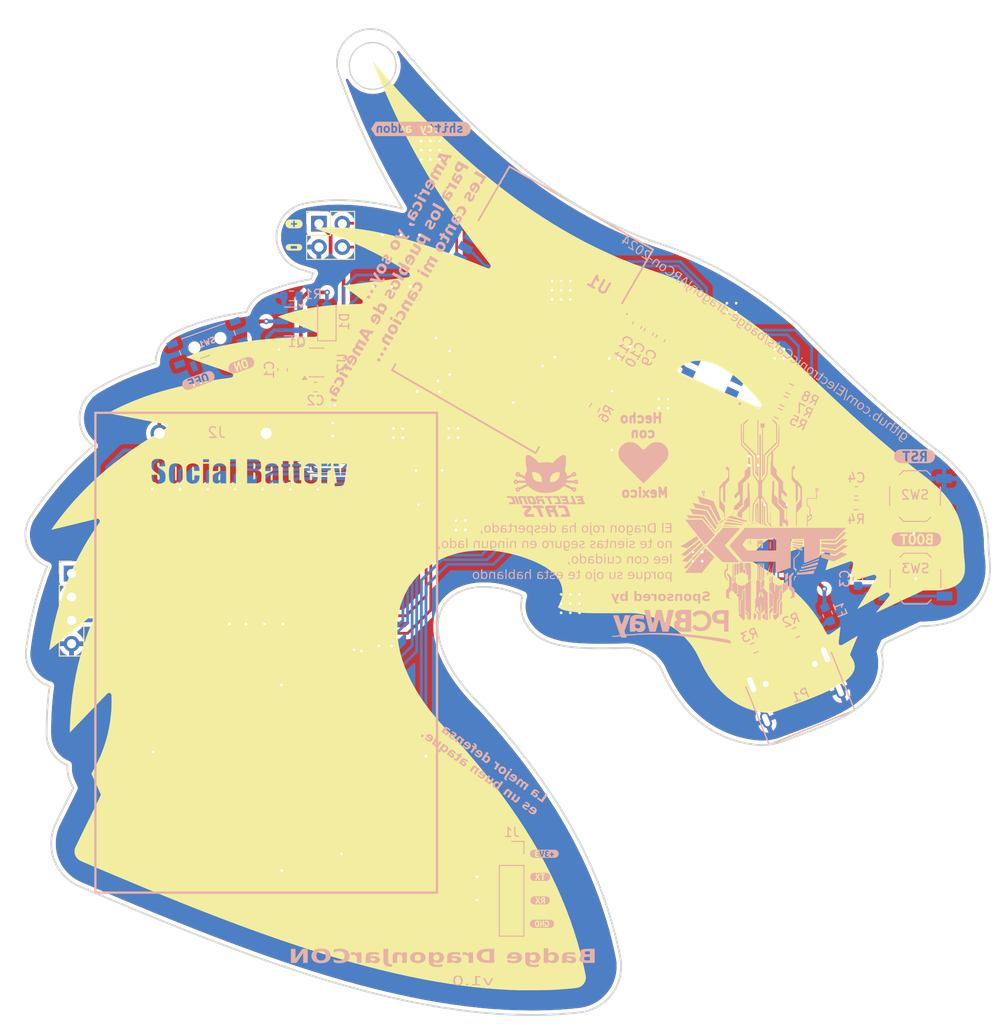
<source format=kicad_pcb>
(kicad_pcb (version 20240108) (generator "pcbnew") (generator_version "8.0")
  (layers (0 "F.Cu" signal) (31 "B.Cu" signal) (34 "B.Paste" user) (35 "F.Paste" user) (36 "B.SilkS" user "B.Silkscreen") (37 "F.SilkS" user "F.Silkscreen") (38 "B.Mask" user) (39 "F.Mask" user) (44 "Edge.Cuts" user))
  (net 0 "")
  (net 1 "GND")
  (net 2 "Net-(SW1-B)")
  (net 3 "+3V3")
  (net 4 "/BOOT")
  (net 5 "/EN")
  (net 6 "/BACK")
  (net 7 "Net-(D1-K)")
  (net 8 "VBUS")
  (net 9 "Net-(D2-RK)")
  (net 10 "Net-(D2-GK)")
  (net 11 "Net-(D2-BK)")
  (net 12 "Net-(F1-Pad1)")
  (net 13 "/TX")
  (net 14 "/RX")
  (net 15 "+BATT")
  (net 16 "/SDA")
  (net 17 "/SCL")
  (net 18 "Net-(P1-VCONN)")
  (net 19 "Net-(P1-CC)")
  (net 20 "/D-")
  (net 21 "/D+")
  (net 22 "/RED")
  (net 23 "/GREEN")
  (net 24 "/BLUE")
  (net 25 "/UP")
  (net 27 "/DOWN")
  (net 28 "/IO8")
  (net 29 "/SELECT")
  (net 31 "Net-(D3-K)")
  (net 32 "Net-(D4-K)")
  (net 33 "Net-(D5-K)")
  (net 34 "Net-(D6-K)")
  (net 35 "Net-(D7-K)")
  (net 36 "Net-(D8-K)")
  (net 37 "/BG1")
  (net 38 "/BR2")
  (net 39 "/BY1")
  (net 40 "/BY2")
  (net 41 "/BR1")
  (net 42 "/BG2")
  (net 43 "Net-(D9-K)")
  (net 44 "Net-(D10-K)")
  (net 45 "/BO2")
  (net 46 "/BO1")
  (footprint "LED_SMD:LED_0805_2012Metric" (layer "F.Cu") (at 163 73.6 90)
    (property "Reference" "D5")
    (property "Value" "Yellow")
  )
  (footprint "Resistor_SMD:R_Array_Convex_4x0603" (layer "F.Cu") (at 155.4 82 -90)
    (property "Reference" "RN2")
    (property "Value" "R_Pack04")
  )
  (footprint "LED_SMD:LED_0805_2012Metric" (layer "F.Cu") (at 166 73.6 90)
    (property "Reference" "D6")
    (property "Value" "Yellow")
  )
  (footprint "LED_SMD:LED_0805_2012Metric" (layer "F.Cu") (at 157 73.6 90)
    (property "Reference" "D10")
    (property "Value" "Orange")
  )
  (footprint "LED_SMD:LED_0805_2012Metric" (layer "F.Cu") (at 169 73.6 90)
    (property "Reference" "D3")
    (property "Value" "Green")
  )
  (footprint "Capacitor_SMD:C_0603_1608Metric" (layer "F.Cu") (at 159.44 95.81 90)
    (property "Reference" "C5")
    (property "Value" "0.1uF")
  )
  (footprint "Footprints:Badge_DragonJAR_2024_Ojo" (layer "F.Cu") (at 212.64 59.34)
    (property "Reference" "Ref**" (hide yes))
    (property "Value" "Val**" (hide yes))
  )
  (footprint "LED_SMD:LED_0805_2012Metric" (layer "F.Cu") (at 154 73.6 90)
    (property "Reference" "D4")
    (property "Value" "Red")
  )
  (footprint "LED_SMD:LED_0805_2012Metric" (layer "F.Cu") (at 151 73.6 90)
    (property "Reference" "D7")
    (property "Value" "Red")
  )
  (footprint "Connector_PinHeader_2.54mm:PinHeader_2x02_P2.54mm_Vertical" (layer "F.Cu") (at 169.105 42.175)
    (property "Reference" "J5" (hide yes))
    (property "Value" "Shitty addon")
  )
  (footprint "Button_Switch_SMD:SW_SPST_TL3342" (layer "F.Cu") (at 165.01 95.8 180)
    (property "Reference" "SW4")
    (property "Value" "PB4")
  )
  (footprint "Button_Switch_SMD:SW_SPST_TL3342" (layer "F.Cu") (at 180.72 104.64 180)
    (property "Reference" "SW7")
    (property "Value" "PB2")
  )
  (footprint "Button_Switch_SMD:SW_SPST_TL3342" (layer "F.Cu") (at 165.08 115.93 180)
    (property "Reference" "SW5")
    (property "Value" "PB3")
  )
  (footprint "Footprints:Badge_DragonJAR_2024_cuerpo" (layer "F.Cu") (at 189.54 74.99)
    (property "Reference" "Ref**" (hide yes))
    (property "Value" "Val**" (hide yes))
  )
  (footprint "LED_SMD:LED_0805_2012Metric" (layer "F.Cu") (at 172 73.6 90)
    (property "Reference" "D8")
    (property "Value" "Green")
  )
  (footprint "Button_Switch_SMD:SW_SPST_TL3342" (layer "F.Cu") (at 151.11 104.63 180)
    (property "Reference" "SW6")
    (property "Value" "PB1")
  )
  (footprint "Resistor_SMD:R_Array_Convex_4x0603" (layer "F.Cu") (at 167.3 82 -90)
    (property "Reference" "RN1")
    (property "Value" "R_Pack04")
  )
  (footprint "Capacitor_SMD:C_0603_1608Metric" (layer "F.Cu") (at 174.93 104.67 90)
    (property "Reference" "C8")
    (property "Value" "0.1uF")
  )
  (footprint "Capacitor_SMD:C_0603_1608Metric" (layer "F.Cu") (at 171.09 116.21 90)
    (property "Reference" "C6")
    (property "Value" "0.1uF")
  )
  (footprint "kibuzzard-6642586D" (layer "F.Cu") (at 166.39 44.74)
    (property "Reference" "kibuzzard-6642586D" (hide yes))
    (property "Value" "G***" (hide yes))
  )
  (footprint "Aesthetics:heart" (layer "F.Cu") (at 204.34 68.15)
    (property "Reference" "Ref**" (hide yes))
    (property "Value" "Val**" (hide yes))
  )
  (footprint "Capacitor_SMD:C_0603_1608Metric" (layer "F.Cu") (at 157.12 104.62 90)
    (property "Reference" "C7")
    (property "Value" "0.1uF")
  )
  (footprint "kibuzzard-664257DB" (layer "F.Cu") (at 166.4 42.2)
    (property "Reference" "kibuzzard-664257DB" (hide yes))
    (property "Value" "G***" (hide yes))
  )
  (footprint "Footprints:Display OLED 128 x32" (layer "F.Cu") (at 142.25 80.14)
    (property "Reference" "J3" (hide yes))
    (property "Value" "OLED")
  )
  (footprint "LED_SMD:LED_0805_2012Metric" (layer "F.Cu") (at 160 73.6 90)
    (property "Reference" "D9")
    (property "Value" "Orange")
  )
  (footprint "Capacitor_SMD:C_0603_1608Metric" (layer "B.Cu") (at 227.445 71.22)
    (property "Reference" "C4")
    (property "Value" "0.1uF")
  )
  (footprint "Footprints:ESP32C6WROOM1N4" (layer "B.Cu") (at 191.212722 51.521031 150)
    (property "Reference" "U1")
    (property "Value" "ESP32-C6-WROOM-1-N4" (hide yes))
  )
  (footprint "Capacitor_SMD:C_0603_1608Metric" (layer "B.Cu") (at 204.92032 53.90883 60)
    (property "Reference" "C10")
    (property "Value" "10uF")
  )
  (footprint "Footprints:C393939" (layer "B.Cu") (at 220.094438 90.577227 -158)
    (property "Reference" "P1")
    (property "Value" "USB_C_Plug_USB2.0")
  )
  (footprint "kibuzzard-664510D9" (layer "B.Cu") (at 156.02 59.19 -160)
    (property "Reference" "kibuzzard-664510D9" (hide yes))
    (property "Value" "G***" (hide yes))
  )
  (footprint "Resistor_SMD:R_0603_1608Metric" (layer "B.Cu") (at 220.21 60.11 155)
    (property "Reference" "R8")
    (property "Value" "330")
  )
  (footprint "Capacitor_SMD:C_0603_1608Metric" (layer "B.Cu") (at 203.6475 53.17883 60)
    (property "Reference" "C11")
    (property "Value" "10uF")
  )
  (footprint "Resistor_SMD:R_0603_1608Metric" (layer "B.Cu") (at 220.89 86.53 -158)
    (property "Reference" "R2")
    (property "Value" "5k1")
  )
  (footprint "Footprints:MSK12C02" (layer "B.Cu") (at 157 55.1 20)
    (property "Reference" "SW1")
    (property "Value" "ON" (hide yes))
  )
  (footprint "LOGO" (layer "B.Cu") (at 217.353067 74.206351 180)
    (property "Reference" "G***" (hide yes))
    (property "Value" "LOGO" (hide yes))
  )
  (footprint "Capacitor_SMD:C_0603_1608Metric" (layer "B.Cu") (at 227.62 80.69 -90)
    (property "Reference" "C3")
    (property "Value" "0.1uF")
  )
  (footprint "Package_TO_SOT_SMD:SOT-23-5" (layer "B.Cu") (at 168.8525 57.24)
    (property "Reference" "U2")
    (property "Value" "AP2112K-3.3")
  )
  (footprint "kibuzzard-66425921" (layer "B.Cu") (at 193.32 118.15 180)
    (property "Reference" "kibuzzard-66425921" (hide yes))
    (property "Value" "G***" (hide yes))
  )
  (footprint "kibuzzard-664510CB" (layer "B.Cu") (at 160.69 57.53 -160)
    (property "Reference" "kibuzzard-664510CB" (hide yes))
    (property "Value" "G***" (hide yes))
  )
  (footprint "kibuzzard-6642590C" (layer "B.Cu") (at 193.12 115.61 180)
    (property "Reference" "kibuzzard-6642590C" (hide yes))
    (property "Value" "G***" (hide yes))
  )
  (footprint "Aesthetics:electronic_cats_logo_8x6" (layer "B.Cu") (at 193.75 70.63 180)
    (property "Reference" "G***" (hide yes))
    (property "Value" "LOGO" (hide yes))
  )
  (footprint "Resistor_SMD:R_0603_1608Metric" (layer "B.Cu") (at 166.12 50.01 180)
    (property "Reference" "R1")
    (property "Value" "100K")
  )
  (footprint "Capacitor_SMD:C_0603_1608Metric" (layer "B.Cu") (at 165.1525 58.0275 -90)
    (property "Reference" "C1")
    (property "Value" "10uF")
  )
  (footprint "Resistor_SMD:R_0603_1608Metric" (layer "B.Cu") (at 219.59 61.44 155)
    (property "Reference" "R7")
    (property "Value" "330")
  )
  (footprint "Footprints:PinHeader_1x04_P2.54mm_Vertical" (layer "B.Cu") (at 190.03 110.540001 180)
    (property "Reference" "J1")
    (property "Value" "UART")
  )
  (footprint "Aesthetics:pcbway_13x4" (layer "B.Cu") (at 207.34 85.89 180)
    (property "Reference" "G***" (hide yes))
    (property "Value" "LOGO" (hide yes))
  )
  (footprint "Button_Switch_SMD:SW_SPST_TL3342" (layer "B.Cu") (at 233.87 80.69 180)
    (property "Reference" "SW3")
    (property "Value" "BOOT")
  )
  (footprint "Package_TO_SOT_SMD:SOT-23" (layer "B.Cu") (at 166.005 52.7875 180)
    (property "Reference" "Q1")
    (property "Value" "DMG3415U-7")
  )
  (footprint "Footprints:AAA3528SURKCGKC09" (layer "B.Cu") (at 211.89 58.72 -25)
    (property "Reference" "D2" (hide yes))
    (property "Value" "LED_RABG" (hide yes))
  )
  (footprint "kibuzzard-664258CC" (layer "B.Cu") (at 193.58 110.55 180)
    (property "Reference" "kibuzzard-664258CC" (hide yes))
    (property "Value" "G***" (hide yes))
  )
  (footprint "kibuzzard-66425A5E" (layer "B.Cu") (at 233.77 67.41 180)
    (property "Reference" "kibuzzard-66425A5E" (hide yes))
    (property "Value" "G***" (hide yes))
  )
  (footprint "Resistor_SMD:R_0603_1608Metric" (layer "B.Cu") (at 199.05 62.12 -120)
    (property "Reference" "R6")
    (property "Value" "3.3K")
  )
  (footprint "kibuzzard-66450F45" (layer "B.Cu") (at 180.17 31.89 180)
    (property "Reference" "kibuzzard-66450F45" (hide yes))
    (property "Value" "G***" (hide yes))
  )
  (footprint "Capacitor_SMD:C_0603_1608Metric" (layer "B.Cu") (at 168.745 59.91 180)
    (property "Reference" "C2")
    (property "Value" "10uF")
  )
  (footprint "kibuzzard-664258F1" (layer "B.Cu") (at 193.12 113.06 180)
    (property "Reference" "kibuzzard-664258F1" (hide yes))
    (property "Value" "G***" (hide yes))
  )
  (footprint "Diode_SMD:D_SOD-123F" (layer "B.Cu") (at 169.9675 52.6775 90)
    (property "Reference" "D1")
    (property "Value" "MBR120")
  )
  (footprint "kibuzzard-66425A11" (layer "B.Cu") (at 233.96 76.42 180)
    (property "Reference" "kibuzzard-66425A11" (hide yes))
    (property "Value" "G***" (hide yes))
  )
  (footprint "Resistor_SMD:R_0603_1608Metric" (layer "B.Cu") (at 218.97 62.77 155)
    (property "Reference" "R5")
    (property "Value" "330")
  )
  (footprint "Button_Switch_SMD:SW_SPST_TL3342" (layer "B.Cu") (at 233.82 71.73 180)
    (property "Reference" "SW2")
    (property "Value" "RESET")
  )
  (footprint "Fuse:Fuse_0603_1608Metric" (layer "B.Cu") (at 224.33 84.56 112)
    (property "Reference" "F1")
    (property "Value" "0.75A")
  )
  (footprint "Capacitor_SMD:C_0603_1608Metric" (layer "B.Cu") (at 206.20064 54.63766 60)
    (property "Reference" "C9")
    (property "Value" "1uF")
  )
  (footprint "Resistor_SMD:R_0603_1608Metric" (layer "B.Cu") (at 216.37 88.21 22)
    (property "Reference" "R3")
    (property "Value" "5k1")
  )
  (footprint "Resistor_SMD:R_0603_1608Metric" (layer "B.Cu") (at 227.44 72.69 180)
    (property "Reference" "R4")
    (property "Value" "10K")
  )
  (footprint "Footprints:BAT-TH_BH-AAA-A1AJ024" (layer "B.Cu") (at 157.58 64.913 90)
    (property "Reference" "J2")
    (property "Value" "Battery" (hide yes))
  )
  (gr_curve (pts (xy 139.539611 97.582588) (xy 139.550054 99.058737) (xy 140.44195 100.382963) (xy 141.80068 100.948859)) (stroke (width 0.2)) (layer "Edge.Cuts"))
  (gr_line (start 142.125099 102.747211) (end 142.428931 103.409972) (stroke (width 0.2)) (layer "Edge.Cuts"))
  (gr_circle (center 174.94 25.06) (end 177.48 25.06) (stroke (width 0.15)) (fill none) (layer "Edge.Cuts"))
  (gr_curve (pts (xy 220.970379 97.781291) (xy 225.148165 96.24184) (xy 229.094274 94.787852) (xy 230.101374 91.377893)) (stroke (width 0.2)) (layer "Edge.Cuts"))
  (gr_curve (pts (xy 235.585657 66.287748) (xy 230.486852 62.223636) (xy 225.780526 57.930972) (xy 221.199528 53.167028)) (stroke (width 0.2)) (layer "Edge.Cuts"))
  (gr_curve (pts (xy 230.101374 91.377893) (xy 230.369134 90.470797) (xy 230.383693 89.535867) (xy 230.155173 88.626249)) (stroke (width 0.2)) (layer "Edge.Cuts"))
  (gr_curve (pts (xy 203.38 88.33) (xy 205.246716 88.895261) (xy 205.946171 89.861854) (xy 206.303188 90.566385)) (stroke (width 0.2)) (layer "Edge.Cuts"))
  (gr_curve (pts (xy 164.496197 43.515064) (xy 164.452204 45.192184) (xy 165.550141 46.686379) (xy 167.163965 47.145621)) (stroke (width 0.2)) (layer "Edge.Cuts"))
  (gr_curve (pts (xy 167.350696 40.028832) (xy 165.715034 40.402922) (xy 164.54019 41.837619) (xy 164.496197 43.515064)) (stroke (width 0.2)) (layer "Edge.Cuts"))
  (gr_curve (pts (xy 200.944848 125.726311) (xy 201.774712 124.590073) (xy 202.093751 123.146852) (xy 201.819029 121.766907)) (stroke (width 0.2)) (layer "Edge.Cuts"))
  (gr_curve (pts (xy 220.931125 52.914765) (xy 216.227314 48.913281) (xy 211.329175 46.06035) (xy 206.373432 44.435131)) (stroke (width 0.2)) (layer "Edge.Cuts"))
  (gr_curve (pts (xy 191.57016 85.563849) (xy 193.060867 88.045198) (xy 196.203072 88.247129) (xy 199.852297 88.247129)) (stroke (width 0.2)) (layer "Edge.Cuts"))
  (gr_curve (pts (xy 177.587839 22.405201) (xy 176.869094 21.521543) (xy 175.811358 21.049336) (xy 174.735259 21.049336)) (stroke (width 0.2)) (layer "Edge.Cuts"))
  (gr_curve (pts (xy 141.80068 100.948859) (xy 141.756376 101.557173) (xy 141.86334 102.176252) (xy 142.125099 102.747211)) (stroke (width 0.2)) (layer "Edge.Cuts"))
  (gr_curve (pts (xy 219.475861 98.337704) (xy 219.966443 98.150967) (xy 220.468415 97.966122) (xy 220.970379 97.781291)) (stroke (width 0.2)) (layer "Edge.Cuts"))
  (gr_curve (pts (xy 216.480529 98.714963) (xy 216.719809 98.741539) (xy 216.960339 98.755475) (xy 217.200241 98.755475)) (stroke (width 0.2)) (layer "Edge.Cuts"))
  (gr_curve (pts (xy 167.163965 47.145621) (xy 167.625743 47.277288) (xy 168.081816 47.415593) (xy 168.532826 47.561507)) (stroke (width 0.2)) (layer "Edge.Cuts"))
  (gr_curve (pts (xy 182.325538 84.208594) (xy 182.995877 82.567234) (xy 184.755939 81.587353) (xy 187.033776 81.587353)) (stroke (width 0.2)) (layer "Edge.Cuts"))
  (gr_curve (pts (xy 153.412394 54.011755) (xy 152.150511 54.632722) (xy 151.359901 55.91549) (xy 151.360212 57.308716)) (stroke (width 0.2)) (layer "Edge.Cuts"))
  (gr_curve (pts (xy 143.095154 114.074084) (xy 160.349421 121.439007) (xy 177.088098 128.049404) (xy 192.19366 128.049404)) (stroke (width 0.2)) (layer "Edge.Cuts"))
  (gr_curve (pts (xy 186.78469 94.557485) (xy 182.211593 90.075854) (xy 181.482703 86.272813) (xy 182.325538 84.208594)) (stroke (width 0.2)) (layer "Edge.Cuts"))
  (gr_curve (pts (xy 197.439942 127.762665) (xy 198.837608 127.604403) (xy 200.114989 126.862543) (xy 200.944848 125.726311)) (stroke (width 0.2)) (layer "Edge.Cuts"))
  (gr_line (start 230.155173 88.626249) (end 230.562191 87.677383) (stroke (width 0.2)) (layer "Edge.Cuts"))
  (gr_curve (pts (xy 171.270217 25.942717) (xy 173.078699 31.088049) (xy 175.33534 35.872243) (xy 178.174963 40.533319)) (stroke (width 0.2)) (layer "Edge.Cuts"))
  (gr_line (start 142.428931 103.409972) (end 140.554943 107.211749) (stroke (width 0.2)) (layer "Edge.Cuts"))
  (gr_curve (pts (xy 206.303188 90.566385) (xy 208.947862 96.64443) (xy 213.291493 98.353526) (xy 216.480529 98.714963)) (stroke (width 0.2)) (layer "Edge.Cuts"))
  (gr_curve (pts (xy 234.540581 85.843595) (xy 237.159929 85.843595) (xy 239.156393 85.088428) (xy 240.473671 83.598984)) (stroke (width 0.2)) (layer "Edge.Cuts"))
  (gr_curve (pts (xy 144.859644 60.179692) (xy 143.565474 60.972512) (xy 142.891655 62.479373) (xy 143.16416 63.97229)) (stroke (width 0.2)) (layer "Edge.Cuts"))
  (gr_curve (pts (xy 168.211888 48.200829) (xy 166.405946 48.512894) (xy 164.769973 48.979098) (xy 163.2783 49.603863)) (stroke (width 0.2)) (layer "Edge.Cuts"))
  (gr_curve (pts (xy 168.532826 47.561507) (xy 168.406546 47.761856) (xy 168.298622 47.975797) (xy 168.211888 48.200829)) (stroke (width 0.2)) (layer "Edge.Cuts"))
  (gr_curve (pts (xy 140.348579 111.190145) (xy 140.827124 112.482091) (xy 141.828215 113.5335) (xy 143.095154 114.074084)) (stroke (width 0.2)) (layer "Edge.Cuts"))
  (gr_curve (pts (xy 140.554943 107.211749) (xy 139.945359 108.447361) (xy 139.870357 109.897556) (xy 140.348579 111.190145)) (stroke (width 0.2)) (layer "Edge.Cuts"))
  (gr_curve (pts (xy 186.919202 94.696114) (xy 186.875521 94.648666) (xy 186.830893 94.602437) (xy 186.78469 94.557485)) (stroke (width 0.2)) (layer "Edge.Cuts"))
  (gr_curve (pts (xy 161.239094 51.752898) (xy 158.121274 52.21087) (xy 155.557624 52.955912) (xy 153.412394 54.011755)) (stroke (width 0.2)) (layer "Edge.Cuts"))
  (gr_curve (pts (xy 171.263579 39.613258) (xy 169.87351 39.613258) (xy 168.55688 39.753157) (xy 167.350696 40.028832)) (stroke (width 0.2)) (layer "Edge.Cuts"))
  (gr_curve (pts (xy 139.187981 92.050189) (xy 139.407634 92.17109) (xy 139.636146 92.267942) (xy 139.869398 92.340734)) (stroke (width 0.2)) (layer "Edge.Cuts"))
  (gr_line (start 202.441901 88.211025) (end 202.521019 88.209728) (stroke (width 0.2)) (layer "Edge.Cuts"))
  (gr_curve (pts (xy 192.19366 128.049404) (xy 193.990106 128.049404) (xy 195.7549 127.952558) (xy 197.439942 127.762665)) (stroke (width 0.2)) (layer "Edge.Cuts"))
  (gr_curve (pts (xy 217.200241 98.755475) (xy 217.980733 98.755475) (xy 218.746018 98.614947) (xy 219.475861 98.337704)) (stroke (width 0.2)) (layer "Edge.Cuts"))
  (gr_curve (pts (xy 191.218841 82.556468) (xy 190.902978 83.549022) (xy 191.019445 84.645993) (xy 191.57016 85.563849)) (stroke (width 0.2)) (layer "Edge.Cuts"))
  (gr_curve (pts (xy 199.852297 88.247129) (xy 200.680898 88.247129) (xy 201.556331 88.230665) (xy 202.441901 88.211025)) (stroke (width 0.2)) (layer "Edge.Cuts"))
  (gr_curve (pts (xy 190.165532 82.138697) (xy 190.623187 82.293783) (xy 190.965645 82.435561) (xy 191.218841 82.556468)) (stroke (width 0.2)) (layer "Edge.Cuts"))
  (gr_curve (pts (xy 241.902969 78.450171) (xy 241.827649 77.83616) (xy 241.790936 77.339893) (xy 241.787137 76.888571)) (stroke (width 0.2)) (layer "Edge.Cuts"))
  (gr_curve (pts (xy 221.199528 53.167028) (xy 221.114064 53.078394) (xy 221.024808 52.994214) (xy 220.931125 52.914765)) (stroke (width 0.2)) (layer "Edge.Cuts"))
  (gr_curve (pts (xy 172.94197 21.517751) (xy 171.383216 22.390325) (xy 170.678056 24.257371) (xy 171.270217 25.942717)) (stroke (width 0.2)) (layer "Edge.Cuts"))
  (gr_curve (pts (xy 163.2783 49.603863) (xy 162.309496 50.009941) (xy 161.580917 50.799916) (xy 161.239094 51.752898)) (stroke (width 0.2)) (layer "Edge.Cuts"))
  (gr_curve (pts (xy 174.735259 21.049336) (xy 174.123776 21.049336) (xy 173.506602 21.201564) (xy 172.94197 21.517751)) (stroke (width 0.2)) (layer "Edge.Cuts"))
  (gr_curve (pts (xy 178.174963 40.533319) (xy 175.591706 39.913299) (xy 173.313227 39.613258) (xy 171.263579 39.613258)) (stroke (width 0.2)) (layer "Edge.Cuts"))
  (gr_curve (pts (xy 202.521019 88.209728) (xy 202.828021 88.209728) (xy 203.117295 88.25024) (xy 203.38 88.33)) (stroke (width 0.2)) (layer "Edge.Cuts"))
  (gr_curve (pts (xy 201.819029 121.766907) (xy 199.963715 112.446641) (xy 195.090253 103.591634) (xy 186.919202 94.696114)) (stroke (width 0.2)) (layer "Edge.Cuts"))
  (gr_curve (pts (xy 240.473671 83.598984) (xy 241.299731 82.665947) (xy 242.218223 81.014456) (xy 241.902969 78.450171)) (stroke (width 0.2)) (layer "Edge.Cuts"))
  (gr_curve (pts (xy 139.601021 79.359841) (xy 138.47903 82.161487) (xy 137.714367 85.175188) (xy 137.315574 88.378167)) (stroke (width 0.2)) (layer "Edge.Cuts"))
  (gr_curve (pts (xy 137.9106 78.048903) (xy 138.341672 78.657838) (xy 138.934474 79.106004) (xy 139.601021 79.359841)) (stroke (width 0.2)) (layer "Edge.Cuts"))
  (gr_curve (pts (xy 241.787137 76.888571) (xy 241.735217 70.771583) (xy 237.20234 67.441073) (xy 235.585657 66.287748)) (stroke (width 0.2)) (layer "Edge.Cuts"))
  (gr_line (start 230.562191 87.677383) (end 234.464613 85.843595) (stroke (width 0.2)) (layer "Edge.Cuts"))
  (gr_curve (pts (xy 151.360212 57.308716) (xy 148.902599 58.07496) (xy 146.730152 59.033633) (xy 144.859644 60.179692)) (stroke (width 0.2)) (layer "Edge.Cuts"))
  (gr_curve (pts (xy 139.869398 92.340734) (xy 139.637093 94.05425) (xy 139.526635 95.803222) (xy 139.539611 97.582588)) (stroke (width 0.2)) (layer "Edge.Cuts"))
  (gr_curve (pts (xy 144.609922 66.279568) (xy 141.940254 68.559635) (xy 139.675394 71.110288) (xy 137.838113 73.910352)) (stroke (width 0.2)) (layer "Edge.Cuts"))
  (gr_curve (pts (xy 137.838113 73.910352) (xy 137.008883 75.173817) (xy 137.038006 76.815825) (xy 137.9106 78.048903)) (stroke (width 0.2)) (layer "Edge.Cuts"))
  (gr_curve (pts (xy 187.033776 81.587353) (xy 188.02948 81.587353) (xy 189.0831 81.772819) (xy 190.165532 82.138697)) (stroke (width 0.2)) (layer "Edge.Cuts"))
  (gr_curve (pts (xy 137.315574 88.378167) (xy 137.130108 89.870145) (xy 137.871663 91.324132) (xy 139.187981 92.050189)) (stroke (width 0.2)) (layer "Edge.Cuts"))
  (gr_line (start 234.464613 85.843595) (end 234.540581 85.843595) (stroke (width 0.2)) (layer "Edge.Cuts"))
  (gr_curve (pts (xy 206.373432 44.435131) (xy 196.401807 41.165045) (xy 186.985642 33.959) (xy 177.587839 22.405201)) (stroke (width 0.2)) (layer "Edge.Cuts"))
  (gr_curve (pts (xy 143.16416 63.97229) (xy 143.33665 64.917987) (xy 143.86615 65.735186) (xy 144.609922 66.279568)) (stroke (width 0.2)) (layer "Edge.Cuts"))
  (gr_text "La mejor defensa \nes un buen ataque." (at 192.4 106.58 325) (layer "B.SilkS") (effects (font (size 1 1) (thickness 0.2) (bold yes)) (justify left bottom mirror)))
  (gr_text "Mexico" (at 207.17 71.95 0) (layer "B.SilkS") (effects (font (size 1 1) (thickness 0.25) (bold yes)) (justify left bottom mirror)))
  (gr_text "github.com/ElectronicCats/badge-dragonJARCon-2024" (at 232.62 65.93 325) (layer "B.SilkS") (effects (font (size 1 1) (thickness 0.1)) (justify left bottom mirror)))
  (gr_text "America, yo soy...\nPara los pueblos de América,\nLes canto mi cancion..." (at 187.54 37.07 60) (layer "B.SilkS") (effects (font (size 1.3 1.3) (thickness 0.3) (bold yes)) (justify left bottom mirror)))
  (gr_text "v1.0" (at 188.11 124.99 0) (layer "B.SilkS") (effects (font (size 1 1.5) (thickness 0.1)) (justify left bottom mirror)))
  (gr_text "Badge DragonJarCON" (at 199.3 122.65 0) (layer "B.SilkS") (effects (font (size 1.5 2) (thickness 0.2) (bold yes)) (justify left bottom mirror)))
  (gr_text "Hecho \n con " (at 206.53 65.48 0) (layer "B.SilkS") (effects (font (size 1 1) (thickness 0.25) (bold yes)) (justify left bottom mirror)))
  (gr_text "El Dragon rojo ha despertado,\nno te sientas seguro en ningun lado,\nlee con cuidado, \nporque su ojo te esta hablando\n" (at 207.51 80.9 0) (layer "B.SilkS") (effects (font (size 1 1) (thickness 0.1)) (justify left bottom mirror)))
  (gr_text "Sponsored by\n" (at 211.63 83.28 0) (layer "B.SilkS") (effects (font (size 1 1) (thickness 0.2) (bold yes)) (justify left bottom mirror)))
  (via (at 175.6 88) (size 0.6) (drill 0.3) (layers "F.Cu" "B.Cu") (net 1))
  (via (at 182.2 34.2) (size 0.6) (drill 0.3) (layers "F.Cu" "B.Cu") (net 1))
  (via (at 177 88) (size 0.6) (drill 0.3) (layers "F.Cu" "B.Cu") (net 1))
  (via (at 197.4 84.4) (size 0.6) (drill 0.3) (layers "F.Cu" "B.Cu") (net 1))
  (via (at 195.4 83.4) (size 0.6) (drill 0.3) (layers "F.Cu" "B.Cu") (net 1))
  (via (at 196.4 50.4) (size 0.6) (drill 0.3) (layers "F.Cu" "B.Cu") (net 1))
  (via (at 209.7 77.8) (size 0.6) (drill 0.3) (layers "F.Cu" "B.Cu") (net 1))
  (via (at 214.4 50.8) (size 0.6) (drill 0.3) (layers "F.Cu" "B.Cu") (net 1))
  (via (at 170.6 63.8) (size 0.6) (drill 0.3) (layers "F.Cu" "B.Cu") (net 1))
  (via (at 200.6 56.8) (size 0.6) (drill 0.3) (layers "F.Cu" "B.Cu") (net 1))
  (via (at 178.2 65.4) (size 0.6) (drill 0.3) (layers "F.Cu" "B.Cu") (net 1))
  (via (at 213.4 51.8) (size 0.6) (drill 0.3) (layers "F.Cu" "B.Cu") (net 1))
  (via (at 184.2 64.4) (size 0.6) (drill 0.3) (layers "F.Cu" "B.Cu") (net 1))
  (via (at 213.4 50.8) (size 0.6) (drill 0.3) (layers "F.Cu" "B.Cu") (net 1))
  (via (at 163.2 85.6) (size 0.6) (drill 0.3) (layers "F.Cu" "B.Cu") (net 1))
  (via (at 206 61.2) (size 0.6) (drill 0.3) (layers "F.Cu" "B.Cu") (net 1))
  (via (at 176 43.4) (size 0.6) (drill 0.3) (layers "F.Cu" "B.Cu") (net 1))
  (via (at 177 49) (size 0.6) (drill 0.3) (layers "F.Cu" "B.Cu") (net 1))
  (via (at 184.2 65.4) (size 0.6) (drill 0.3) (layers "F.Cu" "B.Cu") (net 1))
  (via (at 185 74.4) (size 0.6) (drill 0.3) (layers "F.Cu" "B.Cu") (net 1))
  (via (at 165.2 85.6) (size 0.6) (drill 0.3) (layers "F.Cu" "B.Cu") (net 1))
  (via (at 196.4 48.4) (size 0.6) (drill 0.3) (layers "F.Cu" "B.Cu") (net 1))
  (via (at 219.6 56.8) (size 0.6) (drill 0.3) (layers "F.Cu" "B.Cu") (net 1))
  (via (at 197.4 83.4) (size 0.6) (drill 0.3) (layers "F.Cu" "B.Cu") (net 1))
  (via (at 182.2 35.2) (size 0.6) (drill 0.3) (layers "F.Cu" "B.Cu") (net 1))
  (via (at 218.6 55.8) (size 0.6) (drill 0.3) (layers "F.Cu" "B.Cu") (net 1))
  (via (at 159.4 85.6) (size 0.6) (drill 0.3) (layers "F.Cu" "B.Cu") (net 1))
  (via (at 197.4 82.4) (size 0.6) (drill 0.3) (layers "F.Cu" "B.Cu") (net 1))
  (via (at 182.2 33.2) (size 0.6) (drill 0.3) (layers "F.Cu" "B.Cu") (net 1))
  (via (at 207 62.2) (size 0.6) (drill 0.3) (layers "F.Cu" "B.Cu") (net 1))
  (via (at 218.6 56.8) (size 0.6) (drill 0.3) (layers "F.Cu" "B.Cu") (net 1))
  (via (at 190.2 61.6) (size 0.6) (drill 0.3) (layers "F.Cu" "B.Cu") (net 1))
  (via (at 161.2 85.6) (size 0.6) (drill 0.3) (layers "F.Cu" "B.Cu") (net 1))
  (via (at 195.4 49.4) (size 0.6) (drill 0.3) (layers "F.Cu" "B.Cu") (net 1))
  (via (at 178.2 64.4) (size 0.6) (drill 0.3) (layers "F.Cu" "B.Cu") (net 1))
  (via (at 177.2 65.4) (size 0.6) (drill 0.3) (layers "F.Cu" "B.Cu") (net 1))
  (via (at 164.77 55.81) (size 0.6) (drill 0.3) (layers "F.Cu" "B.Cu") (net 1))
  (via (at 210.7 77.8) (size 0.6) (drill 0.3) (layers "F.Cu" "B.Cu") (net 1))
  (via (at 180 43.4) (size 0.6) (drill 0.3) (layers "F.Cu" "B.Cu") (net 1))
  (via (at 215.8 68.4) (size 0.6) (drill 0.3) (layers "F.Cu" "B.Cu") (net 1))
  (via (at 207 61.2) (size 0.6) (drill 0.3) (layers "F.Cu" "B.Cu") (net 1))
  (via (at 216.8 68.4) (size 0.6) (drill 0.3) (layers "F.Cu" "B.Cu") (net 1))
  (via (at 183.2 64.4) (size 0.6) (drill 0.3) (layers "F.Cu" "B.Cu") (net 1))
  (via (at 184 74.4) (size 0.6) (drill 0.3) (layers "F.Cu" "B.Cu") (net 1))
  (via (at 215.8 67.4) (size 0.6) (drill 0.3) (layers "F.Cu" "B.Cu") (net 1))
  (via (at 196.4 49.4) (size 0.6) (drill 0.3) (layers "F.Cu" "B.Cu") (net 1))
  (via (at 181.8 54.6) (size 0.6) (drill 0.3) (layers "F.Cu" "B.Cu") (net 1))
  (via (at 209.7 78.8) (size 0.6) (drill 0.3) (layers "F.Cu" "B.Cu") (net 1))
  (via (at 194.4 48.4) (size 0.6) (drill 0.3) (layers "F.Cu" "B.Cu") (net 1))
  (via (at 196.4 84.4) (size 0.6) (drill 0.3) (layers "F.Cu" "B.Cu") (net 1))
  (via (at 185 75.4) (size 0.6) (drill 0.3) (layers "F.Cu" "B.Cu") (net 1))
  (via (at 181.2 34.2) (size 0.6) (drill 0.3) (layers "F.Cu" "B.Cu") (net 1))
  (via (at 177.2 64.4) (size 0.6) (drill 0.3) (layers "F.Cu" "B.Cu") (net 1))
  (via (at 181.2 33.2) (size 0.6) (drill 0.3) (layers "F.Cu" "B.Cu") (net 1))
  (via (at 194.4 50.4) (size 0.6) (drill 0.3) (layers "F.Cu" "B.Cu") (net 1))
  (via (at 216.8 67.4) (size 0.6) (drill 0.3) (layers "F.Cu" "B.Cu") (net 1))
  (via (at 180.2 33.2) (size 0.6) (drill 0.3) (layers "F.Cu" "B.Cu") (net 1))
  (via (at 194.4 49.4) (size 0.6) (drill 0.3) (layers "F.Cu" "B.Cu") (net 1))
  (via (at 180.2 35.2) (size 0.6) (drill 0.3) (layers "F.Cu" "B.Cu") (net 1))
  (via (at 201.6 56.8) (size 0.6) (drill 0.3) (layers "F.Cu" "B.Cu") (net 1))
  (via (at 214.4 51.8) (size 0.6) (drill 0.3) (layers "F.Cu" "B.Cu") (net 1))
  (via (at 196.4 82.4) (size 0.6) (drill 0.3) (layers "F.Cu" "B.Cu") (net 1))
  (via (at 195.4 48.4) (size 0.6) (drill 0.3) (layers "F.Cu" "B.Cu") (net 1))
  (via (at 195.4 50.4) (size 0.6) (drill 0.3) (layers "F.Cu" "B.Cu") (net 1))
  (via (at 178 43.4) (size 0.6) (drill 0.3) (layers "F.Cu" "B.Cu") (net 1))
  (via (at 170.6 65.2) (size 0.6) (drill 0.3) (layers "F.Cu" "B.Cu") (net 1))
  (via (at 195.4 84.4) (size 0.6) (drill 0.3) (layers "F.Cu" "B.Cu") (net 1))
  (via (at 181.2 35.2) (size 0.6) (drill 0.3) (layers "F.Cu" "B.Cu") (net 1))
  (via (at 175 49) (size 0.6) (drill 0.3) (layers "F.Cu" "B.Cu") (net 1))
  (via (at 195.4 82.4) (size 0.6) (drill 0.3) (layers "F.Cu" "B.Cu") (net 1))
  (via (at 184 75.4) (size 0.6) (drill 0.3) (layers "F.Cu" "B.Cu") (net 1))
  (via (at 210.7 78.8) (size 0.6) (drill 0.3) (layers "F.Cu" "B.Cu") (net 1))
  (via (at 206 62.2) (size 0.6) (drill 0.3) (layers "F.Cu" "B.Cu") (net 1))
  (via (at 219.6 55.8) (size 0.6) (drill 0.3) (layers "F.Cu" "B.Cu") (net 1))
  (via (at 183.2 65.4) (size 0.6) (drill 0.3) (layers "F.Cu" "B.Cu") (net 1))
  (via (at 180.2 34.2) (size 0.6) (drill 0.3) (layers "F.Cu" "B.Cu") (net 1))
  (via (at 196.4 83.4) (size 0.6) (drill 0.3) (layers "F.Cu" "B.Cu") (net 1))
  (via (at 179 49) (size 0.6) (drill 0.3) (layers "F.Cu" "B.Cu") (net 1))
  (segment (start 168.88 57.59) (end 168.88 59.19) (width 0.3) (layer "B.Cu") (net 1))
  (segment (start 168.88 59.19) (end 168.16 59.91) (width 0.3) (layer "B.Cu") (net 1))
  (segment (start 223.754508 88.613561) (end 224.099873 88.958926) (width 0.4) (layer "B.Cu") (net 1))
  (segment (start 168.16 59.91) (end 167.97 59.91) (width 0.3) (layer "B.Cu") (net 1))
  (segment (start 168.53 57.24) (end 168.88 57.59) (width 0.3) (layer "B.Cu") (net 1))
  (segment (start 222.752375 88.613561) (end 223.754508 88.613561) (width 0.4) (layer "B.Cu") (net 1))
  (segment (start 167.715 57.24) (end 168.53 57.24) (width 0.3) (layer "B.Cu") (net 1))
  (segment (start 216.8184 91.011041) (end 216.8184 91.466131) (width 0.4) (layer "B.Cu") (net 1))
  (segment (start 216.8184 91.466131) (end 216.089003 92.195528) (width 0.4) (layer "B.Cu") (net 1))
  (segment (start 166.4075 57.2525) (end 166.4125 57.2575) (width 0.4) (layer "B.Cu") (net 2))
  (segment (start 166.1125 57.2525) (end 166.4075 57.2525) (width 0.4) (layer "B.Cu") (net 2))
  (segment (start 166.4125 56.9675) (end 166.4125 57.2575) (width 0.4) (layer "B.Cu") (net 2))
  (segment (start 166.715 58.19) (end 167.715 58.19) (width 0.4) (layer "B.Cu") (net 2))
  (segment (start 166.4125 56.5375) (end 166.4125 56.9675) (width 0.4) (layer "B.Cu") (net 2))
  (segment (start 159.06 57.91) (end 158.354608 57.204608) (width 0.4) (layer "B.Cu") (net 2))
  (segment (start 166.4125 57.2575) (end 166.4125 57.5575) (width 0.4) (layer "B.Cu") (net 2))
  (segment (start 165.1525 57.2525) (end 166.1125 57.2525) (width 0.4) (layer "B.Cu") (net 2))
  (segment (start 166.4125 57.8875) (end 166.715 58.19) (width 0.4) (layer "B.Cu") (net 2))
  (segment (start 166.66 56.29) (end 166.4125 56.5375) (width 0.4) (layer "B.Cu") (net 2))
  (segment (start 166.4125 56.9675) (end 166.3975 56.9675) (width 0.4) (layer "B.Cu") (net 2))
  (segment (start 166.4125 57.5575) (end 166.4125 57.8875) (width 0.4) (layer "B.Cu") (net 2))
  (segment (start 163.4675 57.2525) (end 162.81 57.91) (width 0.4) (layer "B.Cu") (net 2))
  (segment (start 166.1125 57.2575) (end 166.4125 57.5575) (width 0.4) (layer "B.Cu") (net 2))
  (segment (start 166.1125 57.2525) (end 166.1125 57.2575) (width 0.4) (layer "B.Cu") (net 2))
  (segment (start 166.3975 56.9675) (end 166.1125 57.2525) (width 0.4) (layer "B.Cu") (net 2))
  (segment (start 162.81 57.91) (end 159.06 57.91) (width 0.4) (layer "B.Cu") (net 2))
  (segment (start 167.715 56.29) (end 166.66 56.29) (width 0.4) (layer "B.Cu") (net 2))
  (segment (start 158.354608 57.204608) (end 158.354608 56.628901) (width 0.4) (layer "B.Cu") (net 2))
  (segment (start 165.1525 57.2525) (end 163.4675 57.2525) (width 0.4) (layer "B.Cu") (net 2))
  (segment (start 171.17 61.89) (end 171.78 61.28) (width 0.4) (layer "F.Cu") (net 3))
  (segment (start 171.78 59.8) (end 171.78 47.44) (width 0.4) (layer "F.Cu") (net 3))
  (segment (start 172.24 60.4) (end 171.78 60.86) (width 0.4) (layer "F.Cu") (net 3))
  (segment (start 200.83 60.41) (end 182.17 60.41) (width 0.4) (layer "F.Cu") (net 3))
  (segment (start 146.06 86.46) (end 144.82 85.22) (width 0.4) (layer "F.Cu") (net 3))
  (segment (start 147.61 110.57) (end 146.06 109.02) (width 0.4) (layer "F.Cu") (net 3))
  (segment (start 171.78 61.28) (end 171.78 60.86) (width 0.4) (layer "F.Cu") (net 3))
  (segment (start 170.37 46.03) (end 170.37 43.44) (width 0.4) (layer "F.Cu") (net 3))
  (segment (start 171.78 60.4) (end 171.78 59.8) (width 0.4) (layer "F.Cu") (net 3))
  (segment (start 170.82 61.89) (end 171.17 61.89) (width 0.4) (layer "F.Cu") (net 3))
  (segment (start 146.06 109.02) (end 146.06 86.46) (width 0.4) (layer "F.Cu") (net 3))
  (segment (start 144.82 85.22) (end 142.25 85.22) (width 0.4) (layer "F.Cu") (net 3))
  (segment (start 171.78 59.89) (end 172.29 60.4) (width 0.4) (layer "F.Cu") (net 3))
  (segment (start 179.74 60.4) (end 179.77 60.37) (width 0.4) (layer "F.Cu") (net 3))
  (segment (start 172.29 60.4) (end 179.74 60.4) (width 0.4) (layer "F.Cu") (net 3))
  (segment (start 170.37 43.44) (end 169.105 42.175) (width 0.4) (layer "F.Cu") (net 3))
  (segment (start 171.78 60.4) (end 172.29 60.4) (width 0.4) (layer "F.Cu") (net 3))
  (segment (start 171.54 110.57) (end 147.61 110.57) (width 0.4) (layer "F.Cu") (net 3))
  (segment (start 200.9 66.74) (end 200.9 60.34) (width 0.4) (layer "F.Cu") (net 3))
  (segment (start 200.9 60.34) (end 200.83 60.41) (width 0.4) (layer "F.Cu") (net 3))
  (segment (start 217.48 72.69) (end 219.92 72.69) (width 0.4) (layer "F.Cu") (net 3))
  (segment (start 172.29 60.4) (end 172.24 60.4) (width 0.4) (layer "F.Cu") (net 3))
  (segment (start 171.78 47.44) (end 170.37 46.03) (width 0.4) (layer "F.Cu") (net 3))
  (segment (start 171.78 59.8) (end 171.78 59.89) (width 0.4) (layer "F.Cu") (net 3))
  (segment (start 171.78 60.86) (end 171.78 60.4) (width 0.4) (layer "F.Cu") (net 3))
  (via (at 171.54 110.57) (size 0.6) (drill 0.3) (layers "F.Cu" "B.Cu") (net 3))
  (via (at 170.82 61.89) (size 0.6) (drill 0.3) (layers "F.Cu" "B.Cu") (net 3))
  (via (at 182.17 60.41) (size 0.6) (drill 0.3) (layers "F.Cu" "B.Cu") (net 3))
  (via (at 200.9 66.74) (size 0.6) (drill 0.3) (layers "F.Cu" "B.Cu") (net 3))
  (via (at 200.9 60.34) (size 0.6) (drill 0.3) (layers "F.Cu" "B.Cu") (net 3))
  (via (at 217.48 72.69) (size 0.6) (drill 0.3) (layers "F.Cu" "B.Cu") (net 3))
  (via (at 179.77 60.37) (size 0.6) (drill 0.3) (layers "F.Cu" "B.Cu") (net 3))
  (via (at 219.92 72.69) (size 0.6) (drill 0.3) (layers "F.Cu" "B.Cu") (net 3))
  (segment (start 169.52 61.9) (end 169.52 61.33) (width 0.4) (layer "B.Cu") (net 3))
  (segment (start 169.99 59.44) (end 169.52 59.91) (width 0.4) (layer "B.Cu") (net 3))
  (segment (start 144.89 85.22) (end 146.1 84.01) (width 0.4) (layer "B.Cu") (net 3))
  (segment (start 179.77 60.37) (end 182.13 60.37) (width 0.4) (layer "B.Cu") (net 3))
  (segment (start 169.52 61.33) (end 169.52 59.91) (width 0.4) (layer "B.Cu") (net 3))
  (segment (start 215.87 72.69) (end 217.48 72.69) (width 0.4) (layer "B.Cu") (net 3))
  (segment (start 204.53282 54.58) (end 204.83282 54.88) (width 0.4) (layer "B.Cu") (net 3))
  (segment (start 209.2272 58.278267) (end 206.257763 55.30883) (width 0.4) (layer "B.Cu") (net 3))
  (segment (start 200.9 58.39) (end 201.46 57.83) (width 0.4) (layer "B.Cu") (net 3))
  (segment (start 201.46 57.83) (end 204.92 57.83) (width 0.4) (layer "B.Cu") (net 3))
  (segment (start 200.785443 52.440589) (end 201.390589 52.440589) (width 0.4) (layer "B.Cu") (net 3))
  (segment (start 200.9 60.85) (end 200.9 60.34) (width 0.4) (layer "B.Cu") (net 3))
  (segment (start 206.257763 55.30883) (end 205.81314 55.30883) (width 0.4) (layer "B.Cu") (net 3))
  (segment (start 200.9 67.52) (end 201.61 68.23) (width 0.4) (layer "B.Cu") (net 3))
  (segment (start 146.1 68.63) (end 147.93 66.8) (width 0.4) (layer "B.Cu") (net 3))
  (segment (start 205.38431 54.88) (end 205.81314 55.30883) (width 0.4) (layer "B.Cu") (net 3))
  (segment (start 200.9 60.34) (end 200.9 58.39) (width 0.4) (layer "B.Cu") (net 3))
  (segment (start 171.54 110.57) (end 190.000001 110.57) (width 0.4) (layer "B.Cu") (net 3))
  (segment (start 169.52 65.07) (end 169.52 62.45) (width 0.4) (layer "B.Cu") (net 3))
  (segment (start 213.28 68.23) (end 214.92 69.87) (width 0.4) (layer "B.Cu") (net 3))
  (segment (start 142.25 85.22) (end 144.89 85.22) (width 0.4) (layer "B.Cu") (net 3))
  (segment (start 205.81314 56.93686) (end 205.81314 55.30883) (width 0.4) (layer "B.Cu") (net 3))
  (segment (start 204.83282 54.88) (end 205.38431 54.88) (width 0.4) (layer "B.Cu") (net 3))
  (segment (start 169.52 61.33) (end 169.52 61.46) (width 0.4) (layer "B.Cu") (net 3))
  (segment (start 170.81 61.9) (end 170.82 61.89) (width 0.4) (layer "B.Cu") (net 3))
  (segment (start 199.4625 61.405529) (end 200.344471 61.405529) (width 0.4) (layer "B.Cu") (net 3))
  (segment (start 169.52 61.46) (end 169.96 61.9) (width 0.4) (layer "B.Cu") (net 3))
  (segment (start 214.92 69.87) (end 214.92 71.74) (width 0.4) (layer "B.Cu") (net 3))
  (segment (start 203.59 54.18) (end 204.13282 54.18) (width 0.4) (layer "B.Cu") (net 3))
  (segment (start 169.52 61.9) (end 169.96 61.9) (width 0.4) (layer "B.Cu") (net 3))
  (segment (start 147.93 66.8) (end 167.79 66.8) (width 0.4) (layer "B.Cu") (net 3))
  (segment (start 169.96 61.9) (end 169.52 62.34) (width 0.4) (layer "B.Cu") (net 3))
  (segment (start 169.52 62.34) (end 169.52 62.45) (width 0.4) (layer "B.Cu") (net 3))
  (segment (start 169.96 61.9) (end 170.81 61.9) (width 0.4) (layer "B.Cu") (net 3))
  (segment (start 182.13 60.37) (end 182.17 60.41) (width 0.4) (layer "B.Cu") (net 3))
  (segment (start 202.8 53.85) (end 203.26 53.85) (width 0.4) (layer "B.Cu") (net 3))
  (segment (start 146.1 84.01) (end 146.1 68.63) (width 0.4) (layer "B.Cu") (net 3))
  (segment (start 204.13282 54.18) (end 204.53282 54.58) (width 0.4) (layer "B.Cu") (net 3))
  (segment (start 214.92 71.74) (end 215.87 72.69) (width 0.4) (layer "B.Cu") (net 3))
  (segment (start 169.99 58.19) (end 169.99 59.44) (width 0.4) (layer "B.Cu") (net 3))
  (segment (start 204.92 57.83) (end 205.81314 56.93686) (width 0.4) (layer "B.Cu") (net 3))
  (segment (start 201.390589 52.440589) (end 202.8 53.85) (width 0.4) (layer "B.Cu") (net 3))
  (segment (start 201.61 68.23) (end 213.28 68.23) (width 0.4) (layer "B.Cu") (net 3))
  (segment (start 203.26 53.85) (end 203.59 54.18) (width 0.4) (layer "B.Cu") (net 3))
  (segment (start 219.92 72.69) (end 226.615 72.69) (width 0.4) (layer "B.Cu") (net 3))
  (segment (start 169.52 62.45) (end 169.52 61.9) (width 0.4) (layer "B.Cu") (net 3))
  (segment (start 200.344471 61.405529) (end 200.9 60.85) (width 0.4) (layer "B.Cu") (net 3))
  (segment (start 167.79 66.8) (end 169.52 65.07) (width 0.4) (layer "B.Cu") (net 3))
  (segment (start 190.000001 110.57) (end 190.03 110.540001) (width 0.4) (layer "B.Cu") (net 3))
  (segment (start 200.9 66.74) (end 200.9 67.52) (width 0.4) (layer "B.Cu") (net 3))
  (segment (start 182.04 59.25) (end 182.05 59.26) (width 0.3) (layer "F.Cu") (net 4))
  (segment (start 182.05 59.26) (end 202.06 59.26) (width 0.3) (layer "F.Cu") (net 4))
  (segment (start 202.93 60.13) (end 202.93 79.362182) (width 0.3) (layer "F.Cu") (net 4))
  (segment (start 202.93 79.362182) (end 204.267818 80.7) (width 0.3) (layer "F.Cu") (net 4))
  (segment (start 202.06 59.26) (end 202.93 60.13) (width 0.3) (layer "F.Cu") (net 4))
  (segment (start 204.267818 80.7) (end 233.9 80.7) (width 0.3) (layer "F.Cu") (net 4))
  (via (at 233.9 80.7) (size 0.6) (drill 0.3) (layers "F.Cu" "B.Cu") (net 4))
  (via (at 182.04 59.25) (size 0.6) (drill 0.3) (layers "F.Cu" "B.Cu") (net 4))
  (segment (start 178.009999 58.279999) (end 178.009999 56.888816) (width 0.3) (layer "B.Cu") (net 4))
  (segment (start 227.62 81.465) (end 229.595 81.465) (width 0.3) (layer "B.Cu") (net 4))
  (segment (start 178.98 59.25) (end 178.009999 58.279999) (width 0.3) (layer "B.Cu") (net 4))
  (segment (start 233.9 82.59) (end 237.02 82.59) (width 0.3) (layer "B.Cu") (net 4))
  (segment (start 229.595 81.465) (end 230.72 82.59) (width 0.3) (layer "B.Cu") (net 4))
  (segment (start 230.72 82.59) (end 233.9 82.59) (width 0.3) (layer "B.Cu") (net 4))
  (segment (start 182.04 59.25) (end 178.98 59.25) (width 0.3) (layer "B.Cu") (net 4))
  (segment (start 177.641183 56.52) (end 178.009999 56.888816) (width 0.3) (layer "B.Cu") (net 4))
  (segment (start 233.9 82.59) (end 233.9 80.7) (width 0.3) (layer "B.Cu") (net 4))
  (segment (start 203.91 55.54) (end 204.6 56.23) (width 0.3) (layer "F.Cu") (net 5))
  (segment (start 204.6 73.9) (end 206.5 75.8) (width 0.3) (layer "F.Cu") (net 5))
  (segment (start 202.84 55.54) (end 203.91 55.54) (width 0.3) (layer "F.Cu") (net 5))
  (segment (start 206.5 75.8) (end 233.7 75.8) (width 0.3) (layer "F.Cu") (net 5))
  (segment (start 204.6 56.23) (end 204.6 73.9) (width 0.3) (layer "F.Cu") (net 5))
  (via (at 202.84 55.54) (size 0.6) (drill 0.3) (layers "F.Cu" "B.Cu") (net 5))
  (via (at 233.7 75.8) (size 0.6) (drill 0.3) (layers "F.Cu" "B.Cu") (net 5))
  (segment (start 229.73 72.69) (end 230.67 73.63) (width 0.3) (layer "B.Cu") (net 5))
  (segment (start 233.7 73.63) (end 233.7 73.9) (width 0.3) (layer "B.Cu") (net 5))
  (segment (start 236.97 73.63) (end 233.7 73.63) (width 0.3) (layer "B.Cu") (net 5))
  (segment (start 228.265 72.69) (end 229.73 72.69) (width 0.3) (layer "B.Cu") (net 5))
  (segment (start 228.265 71.265) (end 228.22 71.22) (width 0.3) (layer "B.Cu") (net 5))
  (segment (start 233.7 73.9) (end 233.7 75.8) (width 0.3) (layer "B.Cu") (net 5))
  (segment (start 202.4 55.54) (end 200.400442 53.540442) (width 0.3) (layer "B.Cu") (net 5))
  (segment (start 228.265 72.69) (end 228.265 71.265) (width 0.3) (layer "B.Cu") (net 5))
  (segment (start 200.400442 53.540442) (end 200.150443 53.540442) (width 0.3) (layer "B.Cu") (net 5))
  (segment (start 233.7 73.63) (end 230.67 73.63) (width 0.3) (layer "B.Cu") (net 5))
  (segment (start 202.84 55.54) (end 202.4 55.54) (width 0.3) (layer "B.Cu") (net 5))
  (segment (start 151.11 102.33) (end 150.71 102.73) (width 0.3) (layer "F.Cu") (net 6))
  (segment (start 151.11 99.52) (end 151.1 99.51) (width 0.3) (layer "F.Cu") (net 6))
  (segment (start 151.52 102.73) (end 154.26 102.73) (width 0.3) (layer "F.Cu") (net 6))
  (segment (start 151.11 102.73) (end 151.52 102.73) (width 0.3) (layer "F.Cu") (net 6))
  (segment (start 151.11 102.21) (end 151.11 99.52) (width 0.3) (layer "F.Cu") (net 6))
  (segment (start 151.11 102.21) (end 151.11 102.32) (width 0.3) (layer "F.Cu") (net 6))
  (segment (start 155.375 103.845) (end 154.26 102.73) (width 0.3) (layer "F.Cu") (net 6))
  (segment (start 157.12 103.845) (end 155.375 103.845) (width 0.3) (layer "F.Cu") (net 6))
  (segment (start 150.71 102.73) (end 151.11 102.73) (width 0.3) (layer "F.Cu") (net 6))
  (segment (start 151.11 102.73) (end 151.11 102.21) (width 0.3) (layer "F.Cu") (net 6))
  (segment (start 147.96 102.73) (end 150.71 102.73) (width 0.3) (layer "F.Cu") (net 6))
  (segment (start 151.11 102.21) (end 151.11 102.33) (width 0.3) (layer "F.Cu") (net 6))
  (segment (start 151.11 102.32) (end 151.52 102.73) (width 0.3) (layer "F.Cu") (net 6))
  (via (at 151.1 99.51) (size 0.6) (drill 0.3) (layers "F.Cu" "B.Cu") (net 6))
  (segment (start 179.22 87.97) (end 179.22 79.56) (width 0.3) (layer "B.Cu") (net 6))
  (segment (start 152.56 89.39) (end 177.8 89.39) (width 0.3) (layer "B.Cu") (net 6))
  (segment (start 181.137106 77.642894) (end 186.087106 77.642894) (width 0.3) (layer "B.Cu") (net 6))
  (segment (start 196.74 56) (end 197.37 55.37) (width 0.3) (layer "B.Cu") (net 6))
  (segment (start 198.510298 55.37) (end 198.880444 55.740146) (width 0.3) (layer "B.Cu") (net 6))
  (segment (start 179.22 79.56) (end 181.137106 77.642894) (width 0.3) (layer "B.Cu") (net 6))
  (segment (start 188.12 75.61) (end 188.12 58.01) (width 0.3) (layer "B.Cu") (net 6))
  (segment (start 151.1 99.51) (end 151.1 90.85) (width 0.3) (layer "B.Cu") (net 6))
  (segment (start 188.12 58.01) (end 190.13 56) (width 0.3) (layer "B.Cu") (net 6))
  (segment (start 177.8 89.39) (end 179.22 87.97) (width 0.3) (layer "B.Cu") (net 6))
  (segment (start 151.1 90.85) (end 152.56 89.39) (width 0.3) (layer "B.Cu") (net 6))
  (segment (start 186.087106 77.642894) (end 188.12 75.61) (width 0.3) (layer "B.Cu") (net 6))
  (segment (start 190.13 56) (end 196.74 56) (width 0.3) (layer "B.Cu") (net 6))
  (segment (start 197.37 55.37) (end 198.510298 55.37) (width 0.3) (layer "B.Cu") (net 6))
  (segment (start 163.45 54.51) (end 164.2225 53.7375) (width 0.4) (layer "B.Cu") (net 7))
  (segment (start 163.45 55.34) (end 163.45 54.51) (width 0.4) (layer "B.Cu") (net 7))
  (segment (start 159.764147 56.115871) (end 159.888276 56.24) (width 0.4) (layer "B.Cu") (net 7))
  (segment (start 164.2225 53.7375) (end 166.9425 53.7375) (width 0.4) (layer "B.Cu") (net 7))
  (segment (start 159.888276 56.24) (end 162.55 56.24) (width 0.4) (layer "B.Cu") (net 7))
  (segment (start 166.9425 53.7375) (end 169.6275 53.7375) (width 0.4) (layer "B.Cu") (net 7))
  (segment (start 162.55 56.24) (end 163.45 55.34) (width 0.4) (layer "B.Cu") (net 7))
  (segment (start 169.6275 53.7375) (end 169.9675 54.0775) (width 0.4) (layer "B.Cu") (net 7))
  (segment (start 167.89 49.63) (end 169.9925 49.63) (width 0.4) (layer "F.Cu") (net 8))
  (segment (start 167.14 67.42) (end 167.14 50.38) (width 0.4) (layer "F.Cu") (net 8))
  (segment (start 200.71 68.96) (end 202.38 70.63) (width 0.4) (layer "F.Cu") (net 8))
  (segment (start 204.04 81.25) (end 223.418806 81.25) (width 0.4) (layer "F.Cu") (net 8))
  (segment (start 202.38 70.63) (end 202.38 79.59) (width 0.4) (layer "F.Cu") (net 8))
  (segment (start 223.418806 81.25) (end 223.978806 81.81) (width 0.4) (layer "F.Cu") (net 8))
  (segment (start 167.14 50.38) (end 167.89 49.63) (width 0.4) (layer "F.Cu") (net 8))
  (segment (start 179.63 68.95) (end 168.67 68.95) (width 0.4) (layer "F.Cu") (net 8))
  (segment (start 168.67 68.95) (end 167.14 67.42) (width 0.4) (layer "F.Cu") (net 8))
  (segment (start 182.46 68.96) (end 200.71 68.96) (width 0.4) (layer "F.Cu") (net 8))
  (segment (start 202.38 79.59) (end 204.04 81.25) (width 0.4) (layer "F.Cu") (net 8))
  (via (at 169.9925 49.63) (size 0.6) (drill 0.3) (layers "F.Cu" "B.Cu") (net 8))
  (via (at 182.46 68.96) (size 0.6) (drill 0.3) (layers "F.Cu" "B.Cu") (net 8))
  (via (at 223.978806 81.81) (size 0.6) (drill 0.3) (layers "F.Cu" "B.Cu") (net 8))
  (via (at 179.63 68.95) (size 0.6) (drill 0.3) (layers "F.Cu" "B.Cu") (net 8))
  (segment (start 223.978806 81.81) (end 223.978806 83.773652) (width 0.4) (layer "B.Cu") (net 8))
  (segment (start 166.9425 51.8375) (end 166.9425 50.0125) (width 0.4) (layer "B.Cu") (net 8))
  (segment (start 166.9425 51.8375) (end 169.4075 51.8375) (width 0.4) (layer "B.Cu") (net 8))
  (segment (start 169.9825 51.2625) (end 169.9675 51.2775) (width 0.4) (layer "B.Cu") (net 8))
  (segment (start 179.64 68.96) (end 179.63 68.95) (width 0.4) (layer "B.Cu") (net 8))
  (segment (start 166.9425 50.0125) (end 166.945 50.01) (width 0.4) (layer "B.Cu") (net 8))
  (segment (start 223.978806 83.773652) (end 224.034997 83.829843) (width 0.4) (layer "B.Cu") (net 8))
  (segment (start 169.9675 49.655) (end 169.9925 49.63) (width 0.4) (layer "B.Cu") (net 8))
  (segment (start 169.4075 51.8375) (end 169.9675 51.2775) (width 0.4) (layer "B.Cu") (net 8))
  (segment (start 182.46 68.96) (end 179.64 68.96) (width 0.4) (layer "B.Cu") (net 8))
  (segment (start 169.9675 51.2775) (end 169.9675 49.655) (width 0.4) (layer "B.Cu") (net 8))
  (segment (start 213.940003 60.940003) (end 215.42134 62.42134) (width 0.3) (layer "B.Cu") (net 9))
  (segment (start 215.42134 62.42134) (end 218.222296 62.42134) (width 0.3) (layer "B.Cu") (net 9))
  (segment (start 213.940003 60.47588) (end 213.940003 60.940003) (width 0.3) (layer "B.Cu") (net 9))
  (segment (start 214.5528 59.161733) (end 215.581733 59.161733) (width 0.3) (layer "B.Cu") (net 10))
  (segment (start 215.581733 59.161733) (end 217.51134 61.09134) (width 0.3) (layer "B.Cu") (net 10))
  (segment (start 217.51134 61.09134) (end 218.842296 61.09134) (width 0.3) (layer "B.Cu") (net 10))
  (segment (start 211.474117 55.33) (end 213.34 55.33) (width 0.3) (layer "B.Cu") (net 11))
  (segment (start 213.34 55.33) (end 217.77134 59.76134) (width 0.3) (layer "B.Cu") (net 11))
  (segment (start 217.77134 59.76134) (end 219.462296 59.76134) (width 0.3) (layer "B.Cu") (net 11))
  (segment (start 209.839997 56.96412) (end 211.474117 55.33) (width 0.3) (layer "B.Cu") (net 11))
  (segment (start 222.186301 90.573699) (end 220.83 91.93) (width 0.4) (layer "B.Cu") (net 12))
  (segment (start 222.186301 89.088916) (end 222.186301 90.573699) (width 0.4) (layer "B.Cu") (net 12))
  (segment (start 217.560145 90.980145) (end 217.560145 90.711355) (width 0.4) (layer "B.Cu") (net 12))
  (segment (start 221.78 87.82) (end 221.78 88.537159) (width 0.4) (layer "B.Cu") (net 12))
  (segment (start 220.83 91.93) (end 218.51 91.93) (width 0.4) (layer "B.Cu") (net 12))
  (segment (start 222.01063 88.913245) (end 222.186301 89.088916) (width 0.4) (layer "B.Cu") (net 12))
  (segment (start 218.51 91.93) (end 217.560145 90.980145) (width 0.4) (layer "B.Cu") (net 12))
  (segment (start 224.309843 85.290157) (end 221.78 87.82) (width 0.4) (layer "B.Cu") (net 12))
  (segment (start 224.625003 85.290157) (end 224.309843 85.290157) (width 0.4) (layer "B.Cu") (net 12))
  (segment (start 173.72 88.55) (end 173.72 110.73) (width 0.3) (layer "F.Cu") (net 13))
  (segment (start 173.72 110.73) (end 176.03 113.04) (width 0.3) (layer "F.Cu") (net 13))
  (segment (start 176.03 113.04) (end 186.26 113.04) (width 0.3) (layer "F.Cu") (net 13))
  (via (at 186.26 113.04) (size 0.6) (drill 0.3) (layers "F.Cu" "B.Cu") (net 13))
  (via (at 173.72 88.55) (size 0.6) (drill 0.3) (layers "F.Cu" "B.Cu") (net 13))
  (segment (start 185.21 71.59) (end 187.12 69.68) (width 0.3) (layer "B.Cu") (net 13))
  (segment (start 190.03 113.080001) (end 186.300001 113.080001) (width 0.3) (layer "B.Cu") (net 13))
  (segment (start 184.690296 45.890296) (end 184.36 45.890296) (width 0.3) (layer "B.Cu") (net 13))
  (segment (start 179.817106 71.59) (end 185.21 71.59) (width 0.3) (layer "B.Cu") (net 13))
  (segment (start 173.72 87.59) (end 174.69 86.62) (width 0.3) (layer "B.Cu") (net 13))
  (segment (start 178.72 72.687106) (end 179.817106 71.59) (width 0.3) (layer "B.Cu") (net 13))
  (segment (start 173.72 88.55) (end 173.72 87.59) (width 0.3) (layer "B.Cu") (net 13))
  (segment (start 177.51 86.62) (end 178.72 85.41) (width 0.3) (layer "B.Cu") (net 13))
  (segment (start 187.12 69.68) (end 187.12 48.32) (width 0.3) (layer "B.Cu") (net 13))
  (segment (start 186.300001 113.080001) (end 186.26 113.04) (width 0.3) (layer "B.Cu") (net 13))
  (segment (start 178.72 85.41) (end 178.72 72.687106) (width 0.3) (layer "B.Cu") (net 13))
  (segment (start 187.12 48.32) (end 184.690296 45.890296) (width 0.3) (layer "B.Cu") (net 13))
  (segment (start 174.69 86.62) (end 177.51 86.62) (width 0.3) (layer "B.Cu") (net 13))
  (segment (start 175.17 115.58) (end 172.92 113.33) (width 0.3) (layer "F.Cu") (net 14))
  (segment (start 186.27 115.58) (end 175.17 115.58) (width 0.3) (layer "F.Cu") (net 14))
  (segment (start 172.92 113.33) (end 172.92 88.42) (width 0.3) (layer "F.Cu") (net 14))
  (via (at 186.27 115.58) (size 0.6) (drill 0.3) (layers "F.Cu" "B.Cu") (net 14))
  (via (at 172.92 88.42) (size 0.6) (drill 0.3) (layers "F.Cu" "B.Cu") (net 14))
  (segment (start 186.62 69) (end 186.62 49.48) (width 0.3) (layer "B.Cu") (net 14))
  (segment (start 172.92 87.35) (end 174.15 86.12) (width 0.3) (layer "B.Cu") (net 14))
  (segment (start 190.03 115.620001) (end 186.310001 115.620001) (width 0.3) (layer "B.Cu") (net 14))
  (segment (start 178.22 72.48) (end 179.61 71.09) (width 0.3) (layer "B.Cu") (net 14))
  (segment (start 179.61 71.09) (end 184.53 71.09) (width 0.3) (layer "B.Cu") (net 14))
  (segment (start 184.130145 46.990145) (end 183.725001 46.990145) (width 0.3) (layer "B.Cu") (net 14))
  (segment (start 174.15 86.12) (end 177.302894 86.12) (width 0.3) (layer "B.Cu") (net 14))
  (segment (start 184.53 71.09) (end 186.62 69) (width 0.3) (layer "B.Cu") (net 14))
  (segment (start 172.92 88.42) (end 172.92 87.35) (width 0.3) (layer "B.Cu") (net 14))
  (segment (start 177.302894 86.12) (end 178.22 85.202894) (width 0.3) (layer "B.Cu") (net 14))
  (segment (start 186.310001 115.620001) (end 186.27 115.58) (width 0.3) (layer "B.Cu") (net 14))
  (segment (start 186.62 49.48) (end 184.130145 46.990145) (width 0.3) (layer "B.Cu") (net 14))
  (segment (start 178.22 85.202894) (end 178.22 72.48) (width 0.3) (layer "B.Cu") (net 14))
  (segment (start 162.72 52.77) (end 162.02 53.47) (width 0.4) (layer "F.Cu") (net 15))
  (segment (start 163.39 52.77) (end 162.72 52.77) (width 0.4) (layer "F.Cu") (net 15))
  (segment (start 160.87 61) (end 152.73 61) (width 0.4) (layer "F.Cu") (net 15))
  (segment (start 162.02 59.85) (end 160.87 61) (width 0.4) (layer "F.Cu") (net 15))
  (segment (start 152.73 61) (end 151.78 61.95) (width 0.4) (layer "F.Cu") (net 15))
  (segment (start 151.78 61.95) (end 151.78 64.913) (width 0.4) (layer "F.Cu") (net 15))
  (segment (start 162.02 53.47) (end 162.02 59.85) (width 0.4) (layer "F.Cu") (net 15))
  (via (at 163.39 52.77) (size 0.6) (drill 0.3) (layers "F.Cu" "B.Cu") (net 15))
  (segment (start 165.05 52.77) (end 165.0675 52.7875) (width 0.4) (layer "B.Cu") (net 15))
  (segment (start 165.0475 52.8075) (end 165.0675 52.7875) (width 0.4) (layer "B.Cu") (net 15))
  (segment (start 163.39 52.77) (end 165.05 52.77) (width 0.4) (layer "B.Cu") (net 15))
  (segment (start 178.57 84.72) (end 150.2 84.72) (width 0.3) (layer "F.Cu") (net 16))
  (segment (start 184.46 56.65) (end 184.06 56.65) (width 0.3) (layer "F.Cu") (net 16))
  (segment (start 183.915 43.005) (end 183.035 42.125) (width 0.3) (layer "F.Cu") (net 16))
  (segment (start 182.12 56.65) (end 180.74 58.03) (width 0.3) (layer "F.Cu") (net 16))
  (segment (start 183.035 42.125) (end 171.705 42.125) (width 0.3) (layer "F.Cu") (net 16))
  (segment (start 184.06 56.65) (end 183.65 56.65) (width 0.3) (layer "F.Cu") (net 16))
  (segment (start 183.65 56.65) (end 182.12 56.65) (width 0.3) (layer "F.Cu") (net 16))
  (segment (start 184.06 56.24) (end 183.65 56.65) (width 0.3) (layer "F.Cu") (net 16))
  (segment (start 184.06 56.12) (end 184.06 43.15) (width 0.3) (layer "F.Cu") (net 16))
  (segment (start 171.705 42.125) (end 171.68 42.1) (width 0.3) (layer "F.Cu") (net 16))
  (segment (start 148.49 80.14) (end 142.25 80.14) (width 0.3) (layer "F.Cu") (net 16))
  (segment (start 150.2 84.72) (end 149.38 83.9) (width 0.3) (layer "F.Cu") (net 16))
  (segment (start 184.06 56.65) (end 184.06 56.12) (width 0.3) (layer "F.Cu") (net 16))
  (segment (start 180.74 82.55) (end 178.57 84.72) (width 0.3) (layer "F.Cu") (net 16))
  (segment (start 194.73 56.65) (end 184.46 56.65) (width 0.3) (layer "F.Cu") (net 16))
  (segment (start 184.06 43.15) (end 183.915 43.005) (width 0.3) (layer "F.Cu") (net 16))
  (segment (start 184.06 56.25) (end 184.46 56.65) (width 0.3) (layer "F.Cu") (net 16))
  (segment (start 149.38 83.9) (end 149.38 81.03) (width 0.3) (layer "F.Cu") (net 16))
  (segment (start 180.74 58.03) (end 180.74 82.55) (width 0.3) (layer "F.Cu") (net 16))
  (segment (start 184.06 56.12) (end 184.06 56.24) (width 0.3) (layer "F.Cu") (net 16))
  (segment (start 184.06 56.12) (end 184.06 56.25) (width 0.3) (layer "F.Cu") (net 16))
  (segment (start 149.38 81.03) (end 148.49 80.14) (width 0.3) (layer "F.Cu") (net 16))
  (via (at 194.73 56.65) (size 0.6) (drill 0.3) (layers "F.Cu" "B.Cu") (net 16))
  (segment (start 198.055444 56.65) (end 198.245444 56.84) (width 0.3) (layer "B.Cu") (net 16))
  (segment (start 194.73 56.65) (end 198.055444 56.65) (width 0.3) (layer "B.Cu") (net 16))
  (segment (start 183.3 57.61) (end 182.96 57.61) (width 0.3) (layer "F.Cu") (net 17))
  (segment (start 146.74 82.68) (end 142.25 82.68) (width 0.3) (layer "F.Cu") (net 17))
  (segment (start 178.74 86.62) (end 148.73 86.62) (width 0.3) (layer "F.Cu") (net 17))
  (segment (start 193.4 57.61) (end 183.68 57.61) (width 0.3) (layer "F.Cu") (net 17))
  (segment (start 183.3 58.56) (end 183.3 57.97) (width 0.3) (layer "F.Cu") (net 17))
  (segment (start 181.25 84.11) (end 178.74 86.62) (width 0.3) (layer "F.Cu") (net 17))
  (segment (start 183.3 57.95) (end 183.3 57.97) (width 0.3) (layer "F.Cu") (net 17))
  (segment (start 182.96 57.61) (end 183.3 57.95) (width 0.3) (layer "F.Cu") (net 17))
  (segment (start 182.48 57.61) (end 181.25 58.84) (width 0.3) (layer "F.Cu") (net 17))
  (segment (start 182.96 57.61) (end 182.48 57.61) (width 0.3) (layer "F.Cu") (net 17))
  (segment (start 147.75 85.64) (end 147.75 83.69) (width 0.3) (layer "F.Cu") (net 17))
  (segment (start 183.29 58.57) (end 183.3 58.56) (width 0.3) (layer "F.Cu") (net 17))
  (segment (start 147.75 83.69) (end 146.74 82.68) (width 0.3) (layer "F.Cu") (net 17))
  (segment (start 183.66 57.61) (end 183.68 57.61) (width 0.3) (layer "F.Cu") (net 17))
  (segment (start 181.985 44.715) (end 171.645 44.715) (width 0.3) (layer "F.Cu") (net 17))
  (segment (start 183.3 57.97) (end 183.66 57.61) (width 0.3) (layer "F.Cu") (net 17))
  (segment (start 183.29 46.02) (end 181.985 44.715) (width 0.3) (layer "F.Cu") (net 17))
  (segment (start 183.68 57.61) (end 183.3 57.61) (width 0.3) (layer "F.Cu") (net 17))
  (segment (start 183.3 57.97) (end 183.3 57.61) (width 0.3) (layer "F.Cu") (net 17))
  (segment (start 181.25 58.84) (end 181.25 84.11) (width 0.3) (layer "F.Cu") (net 17))
  (segment (start 183.29 56) (end 183.29 46.02) (width 0.3) (layer "F.Cu") (net 17))
  (segment (start 148.73 86.62) (end 147.75 85.64) (width 0.3) (layer "F.Cu") (net 17))
  (via (at 183.29 58.57) (size 0.6) (drill 0.3) (layers "F.Cu" "B.Cu") (net 17))
  (via (at 183.29 56) (size 0.6) (drill 0.3) (layers "F.Cu" "B.Cu") (net 17))
  (via (at 193.4 57.61) (size 0.6) (drill 0.3) (layers "F.Cu" "B.Cu") (net 17))
  (segment (start 193.41 57.6) (end 197.270595 57.6) (width 0.3) (layer "B.Cu") (net 17))
  (segment (start 193.4 57.61) (end 193.41 57.6) (width 0.3) (layer "B.Cu") (net 17))
  (segment (start 183.29 58.57) (end 183.3 58.56) (width 0.3) (layer "B.Cu") (net 17))
  (segment (start 183.3 56.01) (end 183.29 56) (width 0.3) (layer "B.Cu") (net 17))
  (segment (start 197.270595 57.6) (end 197.610445 57.93985) (width 0.3) (layer "B.Cu") (net 17))
  (segment (start 183.3 58.56) (end 183.3 56.01) (width 0.3) (layer "B.Cu") (net 17))
  (segment (start 218.162815 90.467861) (end 217.134927 87.90095) (width 0.3) (layer "B.Cu") (net 18))
  (segment (start 220.944366 89.344042) (end 220.255073 87.11905) (width 0.3) (layer "B.Cu") (net 19))
  (segment (start 218.975 88.66) (end 218.975 88.859135) (width 0.2) (layer "B.Cu") (net 20))
  (segment (start 219.15 88.47) (end 218.975 88.47) (width 0.2) (layer "B.Cu") (net 20))
  (segment (start 218.975 88.26) (end 218.975 88.47) (width 0.2) (layer "B.Cu") (net 20))
  (segment (start 218.975 88.859135) (end 219.553592 89.905953) (width 0.2) (layer "B.Cu") (net 20))
  (segment (start 218.975 88.47) (end 218.975 88.66) (width 0.2) (layer "B.Cu") (net 20))
  (segment (start 217.647147 65.488947) (end 218.975 66.8168) (width 0.2) (layer "B.Cu") (net 20))
  (segment (start 193.800445 64.538963) (end 193.800445 64.960322) (width 0.2) (layer "B.Cu") (net 20))
  (segment (start 218.975 88.26) (end 218.975 88.295) (width 0.2) (layer "B.Cu") (net 20))
  (segment (start 218.975 66.8168) (end 218.975 88.26) (width 0.2) (layer "B.Cu") (net 20))
  (segment (start 220.04 88.47) (end 219.15 88.47) (width 0.2) (layer "B.Cu") (net 20))
  (segment (start 193.800445 64.960322) (end 194.32907 65.488947) (width 0.2) (layer "B.Cu") (net 20))
  (segment (start 220.480777 89.531345) (end 220.04 88.47) (width 0.2) (layer "B.Cu") (net 20))
  (segment (start 218.975 88.295) (end 219.15 88.47) (width 0.2) (layer "B.Cu") (net 20))
  (segment (start 219.15 88.485) (end 218.975 88.66) (width 0.2) (layer "B.Cu") (net 20))
  (segment (start 219.15 88.47) (end 219.15 88.485) (width 0.2) (layer "B.Cu") (net 20))
  (segment (start 194.32907 65.488947) (end 217.647147 65.488947) (width 0.2) (layer "B.Cu") (net 20))
  (segment (start 220.16 91.33) (end 220.42 91.07) (width 0.2) (layer "B.Cu") (net 21))
  (segment (start 219.76 91.33) (end 220.16 91.33) (width 0.2) (layer "B.Cu") (net 21))
  (segment (start 218.525 67.0032) (end 218.525 89.045535) (width 0.2) (layer "B.Cu") (net 21))
  (segment (start 217.460747 65.938947) (end 218.525 67.0032) (width 0.2) (layer "B.Cu") (net 21))
  (segment (start 220.42 91.07) (end 220.42 90.71) (width 0.2) (layer "B.Cu") (net 21))
  (segment (start 193.165444 65.638815) (end 193.482246 65.638815) (width 0.2) (layer "B.Cu") (net 21))
  (segment (start 193.782378 65.938947) (end 217.460747 65.938947) (width 0.2) (layer "B.Cu") (net 21))
  (segment (start 220.42 90.71) (end 220.017183 89.718648) (width 0.2) (layer "B.Cu") (net 21))
  (segment (start 193.482246 65.638815) (end 193.782378 65.938947) (width 0.2) (layer "B.Cu") (net 21))
  (segment (start 218.525 89.045535) (end 219.09 90.093255) (width 0.2) (layer "B.Cu") (net 21))
  (segment (start 219.5 91.07) (end 219.76 91.33) (width 0.2) (layer "B.Cu") (net 21))
  (segment (start 219.09 90.093255) (end 219.5 91.07) (width 0.2) (layer "B.Cu") (net 21))
  (segment (start 194.796331 63.8) (end 219.27 63.8) (width 0.3) (layer "B.Cu") (net 22))
  (segment (start 219.717704 63.352296) (end 219.717704 63.11866) (width 0.3) (layer "B.Cu") (net 22))
  (segment (start 194.435445 63.439114) (end 194.796331 63.8) (width 0.3) (layer "B.Cu") (net 22))
  (segment (start 219.27 63.8) (end 219.717704 63.352296) (width 0.3) (layer "B.Cu") (net 22))
  (segment (start 222.59 55.519127) (end 222.028314 54.957441) (width 0.3) (layer "B.Cu") (net 23))
  (segment (start 188.219412 46.28) (end 185.630001 43.690589) (width 0.3) (layer "B.Cu") (net 23))
  (segment (start 220.809715 53.73) (end 212.247106 53.73) (width 0.3) (layer "B.Cu") (net 23))
  (segment (start 211.2 52.682894) (end 211.2 49.152894) (width 0.3) (layer "B.Cu") (net 23))
  (segment (start 212.247106 53.73) (end 211.2 52.682894) (width 0.3) (layer "B.Cu") (net 23))
  (segment (start 211.2 49.152894) (end 208.327106 46.28) (width 0.3) (layer "B.Cu") (net 23))
  (segment (start 222.028314 54.950729) (end 221.839955 54.76024) (width 0.3) (layer "B.Cu") (net 23))
  (segment (start 222.59 61.06) (end 222.59 55.519127) (width 0.3) (layer "B.Cu") (net 23))
  (segment (start 221.71 61.94) (end 222.59 61.06) (width 0.3) (layer "B.Cu") (net 23))
  (segment (start 220.489044 61.94) (end 221.71 61.94) (width 0.3) (layer "B.Cu") (net 23))
  (segment (start 208.327106 46.28) (end 188.219412 46.28) (width 0.3) (layer "B.Cu") (net 23))
  (segment (start 222.028314 54.957441) (end 222.028314 54.950729) (width 0.3) (layer "B.Cu") (net 23))
  (segment (start 220.337704 61.78866) (end 220.489044 61.94) (width 0.3) (layer "B.Cu") (net 23))
  (segment (start 221.839955 54.76024) (end 220.809715 53.73) (width 0.3) (layer "B.Cu") (net 23))
  (segment (start 221.18 55.46) (end 219.95 54.23) (width 0.3) (layer "B.Cu") (net 24))
  (segment (start 185.22044 44.79044) (end 184.994998 44.79044) (width 0.3) (layer "B.Cu") (net 24))
  (segment (start 187.21 46.78) (end 185.22044 44.79044) (width 0.3) (layer "B.Cu") (net 24))
  (segment (start 221.18 60.236364) (end 221.18 55.46) (width 0.3) (layer "B.Cu") (net 24))
  (segment (start 210.7 52.89) (end 210.7 49.36) (width 0.3) (layer "B.Cu") (net 24))
  (segment (start 212.04 54.23) (end 210.7 52.89) (width 0.3) (layer "B.Cu") (net 24))
  (segment (start 208.12 46.78) (end 187.21 46.78) (width 0.3) (layer "B.Cu") (net 24))
  (segment (start 210.7 49.36) (end 208.12 46.78) (width 0.3) (layer "B.Cu") (net 24))
  (segment (start 220.957704 60.45866) (end 221.18 60.236364) (width 0.3) (layer "B.Cu") (net 24))
  (segment (start 219.95 54.23) (end 212.04 54.23) (width 0.3) (layer "B.Cu") (net 24))
  (segment (start 164.64 93.9) (end 165.02 93.9) (width 0.3) (layer "F.Cu") (net 25))
  (segment (start 165.4 93.9) (end 168.16 93.9) (width 0.3) (layer "F.Cu") (net 25))
  (segment (start 165.02 93.38) (end 165.02 93.52) (width 0.3) (layer "F.Cu") (net 25))
  (segment (start 165.02 93.52) (end 164.64 93.9) (width 0.3) (layer "F.Cu") (net 25))
  (segment (start 165.02 93.52) (end 165.4 93.9) (width 0.3) (layer "F.Cu") (net 25))
  (segment (start 160.725 95.035) (end 161.86 93.9) (width 0.3) (layer "F.Cu") (net 25))
  (segment (start 159.44 95.035) (end 160.725 95.035) (width 0.3) (layer "F.Cu") (net 25))
  (segment (start 161.86 93.9) (end 164.64 93.9) (width 0.3) (layer "F.Cu") (net 25))
  (segment (start 165.02 93.9) (end 165.4 93.9) (width 0.3) (layer "F.Cu") (net 25))
  (segment (start 165.02 93.38) (end 165.02 93.9) (width 0.3) (layer "F.Cu") (net 25))
  (segment (start 165.02 92.23) (end 165.02 93.38) (width 0.3) (layer "F.Cu") (net 25))
  (via (at 165.02 92.23) (size 0.6) (drill 0.3) (layers "F.Cu" "B.Cu") (net 25))
  (segment (start 178.4 89.92) (end 179.72 88.6) (width 0.3) (layer "B.Cu") (net 25))
  (segment (start 179.72 80.21) (end 181.787106 78.142894) (width 0.3) (layer "B.Cu") (net 25))
  (segment (start 181.787106 78.142894) (end 186.747106 78.142894) (width 0.3) (layer "B.Cu") (net 25))
  (segment (start 179.72 88.6) (end 179.72 80.21) (width 0.3) (layer "B.Cu") (net 25))
  (segment (start 165.02 91.02) (end 166.12 89.92) (width 0.3) (layer "B.Cu") (net 25))
  (segment (start 166.12 89.92) (end 178.4 89.92) (width 0.3) (layer "B.Cu") (net 25))
  (segment (start 165.02 92.23) (end 165.02 91.02) (width 0.3) (layer "B.Cu") (net 25))
  (segment (start 188.62 59.93) (end 189.83 58.72) (width 0.3) (layer "B.Cu") (net 25))
  (segment (start 196.65574 58.72) (end 196.975443 59.039703) (width 0.3) (layer "B.Cu") (net 25))
  (segment (start 188.62 76.27) (end 188.62 59.93) (width 0.3) (layer "B.Cu") (net 25))
  (segment (start 189.83 58.72) (end 196.65574 58.72) (width 0.3) (layer "B.Cu") (net 25))
  (segment (start 186.747106 78.142894) (end 188.62 76.27) (width 0.3) (layer "B.Cu") (net 25))
  (segment (start 165.08 113.45) (end 165.08 113.65) (width 0.3) (layer "F.Cu") (net 27))
  (segment (start 165.46 114.03) (end 168.23 114.03) (width 0.3) (layer "F.Cu") (net 27))
  (segment (start 165.08 114.03) (end 165.46 114.03) (width 0.3) (layer "F.Cu") (net 27))
  (segment (start 161.93 114.03) (end 164.7 114.03) (width 0.3) (layer "F.Cu") (net 27))
  (segment (start 165.08 114.03) (end 165.08 113.45) (width 0.3) (layer "F.Cu") (net 27))
  (segment (start 165.08 113.65) (end 164.7 114.03) (width 0.3) (layer "F.Cu") (net 27))
  (segment (start 165.08 113.45) (end 165.08 112.39) (width 0.3) (layer "F.Cu") (net 27))
  (segment (start 165.08 113.65) (end 165.46 114.03) (width 0.3) (layer "F.Cu") (net 27))
  (segment (start 171.09 115.435) (end 169.635 115.435) (width 0.3) (layer "F.Cu") (net 27))
  (segment (start 164.7 114.03) (end 165.08 114.03) (width 0.3) (layer "F.Cu") (net 27))
  (segment (start 169.635 115.435) (end 168.23 114.03) (width 0.3) (layer "F.Cu") (net 27))
  (via (at 165.08 112.39) (size 0.6) (drill 0.3) (layers "F.Cu" "B.Cu") (net 27))
  (segment (start 196.050889 59.85) (end 196.340445 60.139556) (width 0.3) (layer "B.Cu") (net 27))
  (segment (start 165.07 112.38) (end 165.07 101.28) (width 0.3) (layer "B.Cu") (net 27))
  (segment (start 165.08 112.39) (end 165.07 112.38) (width 0.3) (layer "B.Cu") (net 27))
  (segment (start 165.07 101.28) (end 166.91 99.44) (width 0.3) (layer "B.Cu") (net 27))
  (segment (start 189.12 61.27) (end 190.54 59.85) (width 0.3) (layer "B.Cu") (net 27))
  (segment (start 182.447106 78.642894) (end 187.357106 78.642894) (width 0.3) (layer "B.Cu") (net 27))
  (segment (start 180.22 97.84) (end 180.22 80.87) (width 0.3) (layer "B.Cu") (net 27))
  (segment (start 189.12 76.88) (end 189.12 61.27) (width 0.3) (layer "B.Cu") (net 27))
  (segment (start 178.62 99.44) (end 180.22 97.84) (width 0.3) (layer "B.Cu") (net 27))
  (segment (start 187.357106 78.642894) (end 189.12 76.88) (width 0.3) (layer "B.Cu") (net 27))
  (segment (start 190.54 59.85) (end 196.050889 59.85) (width 0.3) (layer "B.Cu") (net 27))
  (segment (start 166.91 99.44) (end 178.62 99.44) (width 0.3) (layer "B.Cu") (net 27))
  (segment (start 180.22 80.87) (end 182.447106 78.642894) (width 0.3) (layer "B.Cu") (net 27))
  (segment (start 196.259406 61.239406) (end 197.854471 62.834471) (width 0.4) (layer "B.Cu") (net 28))
  (segment (start 195.705444 61.239406) (end 196.259406 61.239406) (width 0.4) (layer "B.Cu") (net 28))
  (segment (start 197.854471 62.834471) (end 198.5825 62.834471) (width 0.4) (layer "B.Cu") (net 28))
  (segment (start 198.5825 62.834471) (end 198.615529 62.8675) (width 0.4) (layer "B.Cu") (net 28))
  (segment (start 180.72 102.74) (end 180.72 102.22) (width 0.3) (layer "F.Cu") (net 29))
  (segment (start 180.72 102.22) (end 180.72 102.3) (width 0.3) (layer "F.Cu") (net 29))
  (segment (start 180.72 102.22) (end 180.72 102.31) (width 0.3) (layer "F.Cu") (net 29))
  (segment (start 180.29 102.74) (end 180.72 102.74) (width 0.3) (layer "F.Cu") (net 29))
  (segment (start 181.16 102.74) (end 183.87 102.74) (width 0.3) (layer "F.Cu") (net 29))
  (segment (start 180.72 102.3) (end 181.16 102.74) (width 0.3) (layer "F.Cu") (net 29))
  (segment (start 180.72 102.22) (end 180.72 99.96) (width 0.3) (layer "F.Cu") (net 29))
  (segment (start 177.57 102.74) (end 180.29 102.74) (width 0.3) (layer "F.Cu") (net 29))
  (segment (start 176.415 103.895) (end 177.57 102.74) (width 0.3) (layer "F.Cu") (net 29))
  (segment (start 180.72 102.31) (end 180.29 102.74) (width 0.3) (layer "F.Cu") (net 29))
  (segment (start 180.72 102.74) (end 181.16 102.74) (width 0.3) (layer "F.Cu") (net 29))
  (segment (start 174.93 103.895) (end 176.415 103.895) (width 0.3) (layer "F.Cu") (net 29))
  (via (at 180.72 99.96) (size 0.6) (drill 0.3) (layers "F.Cu" "B.Cu") (net 29))
  (segment (start 189.62 77.57) (end 189.62 63.73) (width 0.3) (layer "B.Cu") (net 29))
  (segment (start 180.72 99.96) (end 180.72 81.51) (width 0.3) (layer "B.Cu") (net 29))
  (segment (start 194.721184 61.99) (end 195.070445 62.339261) (width 0.3) (layer "B.Cu") (net 29))
  (segment (start 180.72 81.51) (end 183.087106 79.142894) (width 0.3) (layer "B.Cu") (net 29))
  (segment (start 183.087106 79.142894) (end 188.047106 79.142894) (width 0.3) (layer "B.Cu") (net 29))
  (segment (start 191.36 61.99) (end 194.721184 61.99) (width 0.3) (layer "B.Cu") (net 29))
  (segment (start 189.62 63.73) (end 191.36 61.99) (width 0.3) (layer "B.Cu") (net 29))
  (segment (start 188.047106 79.142894) (end 189.62 77.57) (width 0.3) (layer "B.Cu") (net 29))
  (segment (start 167.7 75.8375) (end 169 74.5375) (width 0.3) (layer "F.Cu") (net 31))
  (segment (start 167.7 81.1) (end 167.7 75.8375) (width 0.3) (layer "F.Cu") (net 31))
  (segment (start 155 75.5375) (end 154 74.5375) (width 0.3) (layer "F.Cu") (net 32))
  (segment (start 155 81.1) (end 155 75.5375) (width 0.3) (layer "F.Cu") (net 32))
  (segment (start 163 80.3) (end 163 74.5375) (width 0.3) (layer "F.Cu") (net 33))
  (segment (start 163.8 81.1) (end 163 80.3) (width 0.3) (layer "F.Cu") (net 33))
  (segment (start 166.1 81.1) (end 163.8 81.1) (width 0.3) (layer "F.Cu") (net 33))
  (segment (start 166.9 75.4375) (end 166 74.5375) (width 0.3) (layer "F.Cu") (net 34))
  (segment (start 166.9 81.1) (end 166.9 75.4375) (width 0.3) (layer "F.Cu") (net 34))
  (segment (start 151 80.1) (end 151 74.5375) (width 0.3) (layer "F.Cu") (net 35))
  (segment (start 154.2 81.1) (end 152 81.1) (width 0.3) (layer "F.Cu") (net 35))
  (segment (start 152 81.1) (end 151 80.1) (width 0.3) (layer "F.Cu") (net 35))
  (segment (start 171.1 81.1) (end 172 80.2) (width 0.3) (layer "F.Cu") (net 36))
  (segment (start 168.5 81.1) (end 171.1 81.1) (width 0.3) (layer "F.Cu") (net 36))
  (segment (start 172 80.2) (end 172 74.5375) (width 0.3) (layer "F.Cu") (net 36))
  (segment (start 179.92 72.67) (end 179.9125 72.6625) (width 0.3) (layer "F.Cu") (net 37))
  (segment (start 179.9125 72.6625) (end 172 72.6625) (width 0.3) (layer "F.Cu") (net 37))
  (via (at 179.92 72.67) (size 0.6) (drill 0.3) (layers "F.Cu" "B.Cu") (net 37))
  (segment (start 187.62 57.34) (end 189.46 55.5) (width 0.3) (layer "B.Cu") (net 37))
  (segment (start 197.492894 54.33) (end 199.205151 54.33) (width 0.3) (layer "B.Cu") (net 37))
  (segment (start 179.92 72.67) (end 185.81 72.67) (width 0.3) (layer "B.Cu") (net 37))
  (segment (start 196.322894 55.5) (end 197.492894 54.33) (width 0.3) (layer "B.Cu") (net 37))
  (segment (start 189.46 55.5) (end 196.322894 55.5) (width 0.3) (layer "B.Cu") (net 37))
  (segment (start 185.81 72.67) (end 187.62 70.86) (width 0.3) (layer "B.Cu") (net 37))
  (segment (start 187.62 70.86) (end 187.62 57.34) (width 0.3) (layer "B.Cu") (net 37))
  (segment (start 199.205151 54.33) (end 199.515446 54.640295) (width 0.3) (layer "B.Cu") (net 37))
  (segment (start 151 72.6625) (end 151 70.99) (width 0.3) (layer "F.Cu") (net 38))
  (via (at 151 70.99) (size 0.6) (drill 0.3) (layers "F.Cu" "B.Cu") (net 38))
  (segment (start 171.81 65.92) (end 171.81 49.09) (width 0.3) (layer "B.Cu") (net 38))
  (segment (start 151 68.33) (end 151.98 67.35) (width 0.3) (layer "B.Cu") (net 38))
  (segment (start 171.81 49.09) (end 173.16 47.74) (width 0.3) (layer "B.Cu") (net 38))
  (segment (start 170.38 67.35) (end 171.81 65.92) (width 0.3) (layer "B.Cu") (net 38))
  (segment (start 182.74 47.74) (end 183.09 48.09) (width 0.3) (layer "B.Cu") (net 38))
  (segment (start 151 70.99) (end 151 68.33) (width 0.3) (layer "B.Cu") (net 38))
  (segment (start 151.98 67.35) (end 170.38 67.35) (width 0.3) (layer "B.Cu") (net 38))
  (segment (start 173.16 47.74) (end 182.74 47.74) (width 0.3) (layer "B.Cu") (net 38))
  (segment (start 166 72.6625) (end 166 71) (width 0.3) (layer "F.Cu") (net 39))
  (via (at 166 71) (size 0.6) (drill 0.3) (layers "F.Cu" "B.Cu") (net 39))
  (segment (start 174.31 55.82) (end 175.76 54.37) (width 0.3) (layer "B.Cu") (net 39))
  (segment (start 178.960888 54.37) (end 179.28 54.689112) (width 0.3) (layer "B.Cu") (net 39))
  (segment (start 166 71) (end 166 70.5) (width 0.3) (layer "B.Cu") (net 39))
  (segment (start 166 70.5) (end 166.65 69.85) (width 0.3) (layer "B.Cu") (net 39))
  (segment (start 174.31 68.11) (end 174.31 55.82) (width 0.3) (layer "B.Cu") (net 39))
  (segment (start 166.65 69.85) (end 172.57 69.85) (width 0.3) (layer "B.Cu") (net 39))
  (segment (start 172.57 69.85) (end 174.31 68.11) (width 0.3) (layer "B.Cu") (net 39))
  (segment (start 175.76 54.37) (end 178.960888 54.37) (width 0.3) (layer "B.Cu") (net 39))
  (segment (start 163 72.6625) (end 163 71) (width 0.3) (layer "F.Cu") (net 40))
  (segment (start 163 71) (end 162.99 70.99) (width 0.3) (layer "F.Cu") (net 40))
  (via (at 162.99 70.99) (size 0.6) (drill 0.3) (layers "F.Cu" "B.Cu") (net 40))
  (segment (start 162.99 70.99) (end 162.99 70.04) (width 0.3) (layer "B.Cu") (net 40))
  (segment (start 173.81 54.58) (end 175.14 53.25) (width 0.3) (layer "B.Cu") (net 40))
  (segment (start 162.99 70.04) (end 163.68 69.35) (width 0.3) (layer "B.Cu") (net 40))
  (segment (start 172.13 69.35) (end 173.81 67.67) (width 0.3) (layer "B.Cu") (net 40))
  (segment (start 173.81 67.67) (end 173.81 54.58) (width 0.3) (layer "B.Cu") (net 40))
  (segment (start 163.68 69.35) (end 172.13 69.35) (width 0.3) (layer "B.Cu") (net 40))
  (segment (start 179.575739 53.25) (end 179.914999 53.58926) (width 0.3) (layer "B.Cu") (net 40))
  (segment (start 175.14 53.25) (end 179.575739 53.25) (width 0.3) (layer "B.Cu") (net 40))
  (segment (start 154 71) (end 154.01 70.99) (width 0.3) (layer "F.Cu") (net 41))
  (segment (start 154 72.6625) (end 154 71) (width 0.3) (layer "F.Cu") (net 41))
  (via (at 154.01 70.99) (size 0.6) (drill 0.3) (layers "F.Cu" "B.Cu") (net 41))
  (segment (start 155.14 67.85) (end 170.85 67.85) (width 0.3) (layer "B.Cu") (net 41))
  (segment (start 172.31 51.15) (end 173.52 49.94) (width 0.3) (layer "B.Cu") (net 41))
  (segment (start 154.01 70.99) (end 154.01 68.98) (width 0.3) (layer "B.Cu") (net 41))
  (segment (start 154.01 68.98) (end 155.14 67.85) (width 0.3) (layer "B.Cu") (net 41))
  (segment (start 181.470298 49.94) (end 181.82 50.289702) (width 0.3) (layer "B.Cu") (net 41))
  (segment (start 170.85 67.85) (end 172.31 66.39) (width 0.3) (layer "B.Cu") (net 41))
  (segment (start 172.31 66.39) (end 172.31 51.15) (width 0.3) (layer "B.Cu") (net 41))
  (segment (start 173.52 49.94) (end 181.470298 49.94) (width 0.3) (layer "B.Cu") (net 41))
  (segment (start 169 72.6625) (end 169 71) (width 0.3) (layer "F.Cu") (net 42))
  (via (at 169 71) (size 0.6) (drill 0.3) (layers "F.Cu" "B.Cu") (net 42))
  (segment (start 174.85 56.87) (end 176.26 55.46) (width 0.3) (layer "B.Cu") (net 42))
  (segment (start 173.06 70.35) (end 174.85 68.56) (width 0.3) (layer "B.Cu") (net 42))
  (segment (start 178.316036 55.46) (end 178.645 55.788964) (width 0.3) (layer "B.Cu") (net 42))
  (segment (start 169.65 70.35) (end 173.06 70.35) (width 0.3) (layer "B.Cu") (net 42))
  (segment (start 176.26 55.46) (end 178.316036 55.46) (width 0.3) (layer "B.Cu") (net 42))
  (segment (start 169 71) (end 169.65 70.35) (width 0.3) (layer "B.Cu") (net 42))
  (segment (start 174.85 68.56) (end 174.85 56.87) (width 0.3) (layer "B.Cu") (net 42))
  (segment (start 159.1 81.1) (end 160 80.2) (width 0.3) (layer "F.Cu") (net 43))
  (segment (start 160 80.2) (end 160 74.5375) (width 0.3) (layer "F.Cu") (net 43))
  (segment (start 156.6 81.1) (end 159.1 81.1) (width 0.3) (layer "F.Cu") (net 43))
  (segment (start 155.8 81.1) (end 155.8 75.7375) (width 0.3) (layer "F.Cu") (net 44))
  (segment (start 155.8 75.7375) (end 157 74.5375) (width 0.3) (layer "F.Cu") (net 44))
  (segment (start 157 72.6625) (end 157 71) (width 0.3) (layer "F.Cu") (net 45))
  (via (at 157 71) (size 0.6) (drill 0.3) (layers "F.Cu" "B.Cu") (net 45))
  (segment (start 171.23 68.35) (end 172.81 66.77) (width 0.3) (layer "B.Cu") (net 45))
  (segment (start 172.81 66.77) (end 172.81 52.31) (width 0.3) (layer "B.Cu") (net 45))
  (segment (start 174.03 51.09) (end 180.885444 51.09) (width 0.3) (layer "B.Cu") (net 45))
  (segment (start 172.81 52.31) (end 174.03 51.09) (width 0.3) (layer "B.Cu") (net 45))
  (segment (start 157 69.13) (end 157.78 68.35) (width 0.3) (layer "B.Cu") (net 45))
  (segment (start 180.885444 51.09) (end 181.184999 51.389555) (width 0.3) (layer "B.Cu") (net 45))
  (segment (start 157 71) (end 157 69.13) (width 0.3) (layer "B.Cu") (net 45))
  (segment (start 157.78 68.35) (end 171.23 68.35) (width 0.3) (layer "B.Cu") (net 45))
  (segment (start 160 72.6625) (end 160 71.01) (width 0.3) (layer "F.Cu") (net 46))
  (segment (start 160 71.01) (end 159.99 71) (width 0.3) (layer "F.Cu") (net 46))
  (via (at 159.99 71) (size 0.6) (drill 0.3) (layers "F.Cu" "B.Cu") (net 46))
  (segment (start 160.65 68.85) (end 171.65 68.85) (width 0.3) (layer "B.Cu") (net 46))
  (segment (start 173.31 67.19) (end 173.31 53.53) (width 0.3) (layer "B.Cu") (net 46))
  (segment (start 174.68 52.16) (end 180.220592 52.16) (width 0.3) (layer "B.Cu") (net 46))
  (segment (start 180.220592 52.16) (end 180.55 52.489408) (width 0.3) (layer "B.Cu") (net 46))
  (segment (start 171.65 68.85) (end 173.31 67.19) (width 0.3) (layer "B.Cu") (net 46))
  (segment (start 173.31 53.53) (end 174.68 52.16) (width 0.3) (layer "B.Cu") (net 46))
  (segment (start 159.99 71) (end 159.99 69.51) (width 0.3) (layer "B.Cu") (net 46))
  (segment (start 159.99 69.51) (end 160.65 68.85) (width 0.3) (layer "B.Cu") (net 46))
  (zone (net 0) (net_name "") (layers "F&B.Cu") (connect_pads (clearance 0)) (min_thickness 0.25)
    (keepout (tracks allowed) (vias allowed) (pads allowed) (copperpour not_allowed) (footprints allowed))
    (fill (thermal_gap 0.5) (thermal_bridge_width 0.5))
    (polygon (pts (xy 207.77 56.73) (xy 217.36 56.74) (xy 217.34 62.37) (xy 207.77 62.36)))
  )
  (zone (net 1) (net_name "GND") (layers "F&B.Cu") (connect_pads (clearance 0.5)) (min_thickness 0.25) (fill yes (thermal_gap 0.5) (thermal_bridge_width 0.5))
    (polygon (pts (xy 243.31 17.9) (xy 243.37 129.05) (xy 134.53 129.05) (xy 134.48 17.9)))
  )
)
</source>
